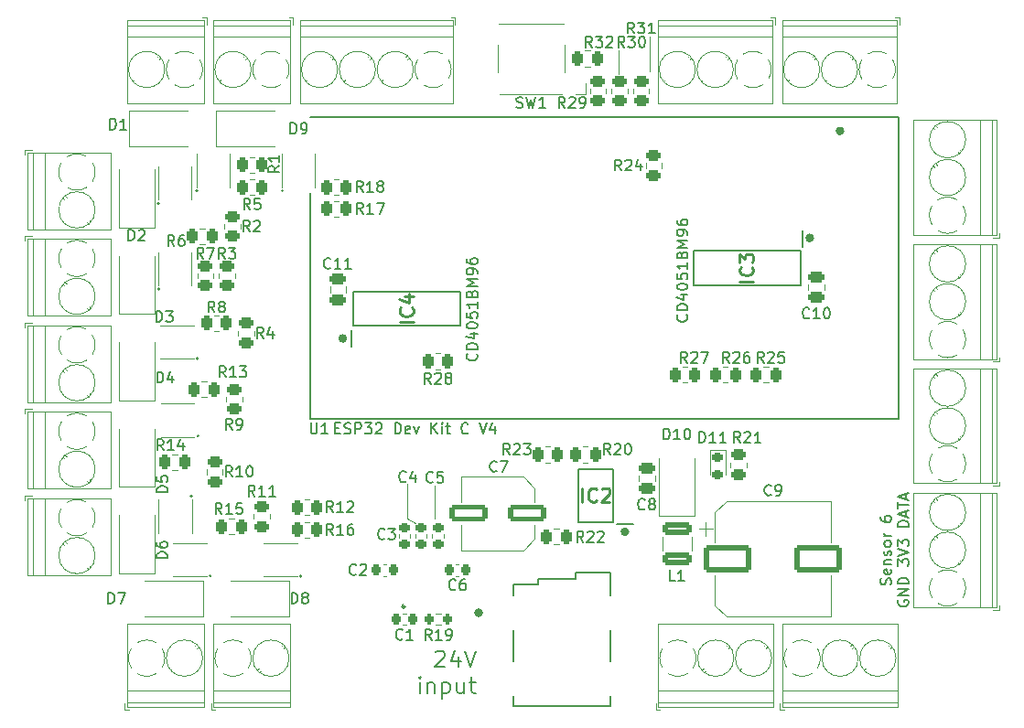
<source format=gto>
G04 #@! TF.GenerationSoftware,KiCad,Pcbnew,(6.0.2)*
G04 #@! TF.CreationDate,2023-08-04T12:43:31+02:00*
G04 #@! TF.ProjectId,PCB_Layout_MOSFET,5043425f-4c61-4796-9f75-745f4d4f5346,rev?*
G04 #@! TF.SameCoordinates,Original*
G04 #@! TF.FileFunction,Legend,Top*
G04 #@! TF.FilePolarity,Positive*
%FSLAX46Y46*%
G04 Gerber Fmt 4.6, Leading zero omitted, Abs format (unit mm)*
G04 Created by KiCad (PCBNEW (6.0.2)) date 2023-08-04 12:43:31*
%MOMM*%
%LPD*%
G01*
G04 APERTURE LIST*
G04 Aperture macros list*
%AMRoundRect*
0 Rectangle with rounded corners*
0 $1 Rounding radius*
0 $2 $3 $4 $5 $6 $7 $8 $9 X,Y pos of 4 corners*
0 Add a 4 corners polygon primitive as box body*
4,1,4,$2,$3,$4,$5,$6,$7,$8,$9,$2,$3,0*
0 Add four circle primitives for the rounded corners*
1,1,$1+$1,$2,$3*
1,1,$1+$1,$4,$5*
1,1,$1+$1,$6,$7*
1,1,$1+$1,$8,$9*
0 Add four rect primitives between the rounded corners*
20,1,$1+$1,$2,$3,$4,$5,0*
20,1,$1+$1,$4,$5,$6,$7,0*
20,1,$1+$1,$6,$7,$8,$9,0*
20,1,$1+$1,$8,$9,$2,$3,0*%
G04 Aperture macros list end*
%ADD10C,0.391228*%
%ADD11C,0.100000*%
%ADD12C,0.150000*%
%ADD13C,0.200000*%
%ADD14C,0.254000*%
%ADD15C,0.120000*%
%ADD16C,0.160000*%
%ADD17C,0.250000*%
%ADD18C,0.127000*%
%ADD19C,0.400000*%
%ADD20RoundRect,0.250000X0.450000X-0.262500X0.450000X0.262500X-0.450000X0.262500X-0.450000X-0.262500X0*%
%ADD21R,2.500000X1.800000*%
%ADD22R,2.400000X2.400000*%
%ADD23C,2.400000*%
%ADD24RoundRect,0.250000X-0.262500X-0.450000X0.262500X-0.450000X0.262500X0.450000X-0.262500X0.450000X0*%
%ADD25R,0.700000X1.550000*%
%ADD26C,4.300000*%
%ADD27RoundRect,0.250000X0.262500X0.450000X-0.262500X0.450000X-0.262500X-0.450000X0.262500X-0.450000X0*%
%ADD28RoundRect,0.250000X1.075000X-0.375000X1.075000X0.375000X-1.075000X0.375000X-1.075000X-0.375000X0*%
%ADD29R,1.800000X2.500000*%
%ADD30R,0.400000X0.400000*%
%ADD31R,0.400000X0.300000*%
%ADD32R,2.650000X2.200000*%
%ADD33RoundRect,0.250000X-0.450000X0.262500X-0.450000X-0.262500X0.450000X-0.262500X0.450000X0.262500X0*%
%ADD34R,0.300000X0.400000*%
%ADD35R,2.200000X2.650000*%
%ADD36RoundRect,0.250000X-0.475000X0.250000X-0.475000X-0.250000X0.475000X-0.250000X0.475000X0.250000X0*%
%ADD37RoundRect,0.250000X-1.950000X-1.000000X1.950000X-1.000000X1.950000X1.000000X-1.950000X1.000000X0*%
%ADD38R,0.300000X0.750000*%
%ADD39R,2.550000X1.850000*%
%ADD40RoundRect,0.250000X0.475000X-0.250000X0.475000X0.250000X-0.475000X0.250000X-0.475000X-0.250000X0*%
%ADD41R,1.560000X1.560000*%
%ADD42C,1.560000*%
%ADD43RoundRect,0.225000X0.250000X-0.225000X0.250000X0.225000X-0.250000X0.225000X-0.250000X-0.225000X0*%
%ADD44R,1.600000X1.400000*%
%ADD45C,1.700000*%
%ADD46C,1.800000*%
%ADD47R,2.400000X2.800000*%
%ADD48R,1.525000X0.700000*%
%ADD49RoundRect,0.218750X-0.256250X0.218750X-0.256250X-0.218750X0.256250X-0.218750X0.256250X0.218750X0*%
%ADD50RoundRect,0.200000X0.200000X0.275000X-0.200000X0.275000X-0.200000X-0.275000X0.200000X-0.275000X0*%
%ADD51RoundRect,0.225000X0.225000X0.250000X-0.225000X0.250000X-0.225000X-0.250000X0.225000X-0.250000X0*%
%ADD52RoundRect,0.250000X1.500000X0.550000X-1.500000X0.550000X-1.500000X-0.550000X1.500000X-0.550000X0*%
%ADD53RoundRect,0.225000X-0.225000X-0.250000X0.225000X-0.250000X0.225000X0.250000X-0.225000X0.250000X0*%
G04 APERTURE END LIST*
D10*
X130995614Y-84100000D02*
G75*
G03*
X130995614Y-84100000I-195614J0D01*
G01*
X113895614Y-111300000D02*
G75*
G03*
X113895614Y-111300000I-195614J0D01*
G01*
D11*
X93600000Y-110100000D02*
X94300000Y-110500000D01*
X113100000Y-66700000D02*
X113100000Y-68900000D01*
D10*
X133795614Y-74200000D02*
G75*
G03*
X133795614Y-74200000I-195614J0D01*
G01*
X87795614Y-93400000D02*
G75*
G03*
X87795614Y-93400000I-195614J0D01*
G01*
D11*
X96100000Y-107000000D02*
X96100000Y-110100000D01*
X116000000Y-65500000D02*
X116000000Y-68700000D01*
X93600000Y-106900000D02*
X93600000Y-110100000D01*
D12*
X99957142Y-94819047D02*
X100004761Y-94866666D01*
X100052380Y-95009523D01*
X100052380Y-95104761D01*
X100004761Y-95247619D01*
X99909523Y-95342857D01*
X99814285Y-95390476D01*
X99623809Y-95438095D01*
X99480952Y-95438095D01*
X99290476Y-95390476D01*
X99195238Y-95342857D01*
X99100000Y-95247619D01*
X99052380Y-95104761D01*
X99052380Y-95009523D01*
X99100000Y-94866666D01*
X99147619Y-94819047D01*
X100052380Y-94390476D02*
X99052380Y-94390476D01*
X99052380Y-94152380D01*
X99100000Y-94009523D01*
X99195238Y-93914285D01*
X99290476Y-93866666D01*
X99480952Y-93819047D01*
X99623809Y-93819047D01*
X99814285Y-93866666D01*
X99909523Y-93914285D01*
X100004761Y-94009523D01*
X100052380Y-94152380D01*
X100052380Y-94390476D01*
X99385714Y-92961904D02*
X100052380Y-92961904D01*
X99004761Y-93200000D02*
X99719047Y-93438095D01*
X99719047Y-92819047D01*
X99052380Y-92247619D02*
X99052380Y-92152380D01*
X99100000Y-92057142D01*
X99147619Y-92009523D01*
X99242857Y-91961904D01*
X99433333Y-91914285D01*
X99671428Y-91914285D01*
X99861904Y-91961904D01*
X99957142Y-92009523D01*
X100004761Y-92057142D01*
X100052380Y-92152380D01*
X100052380Y-92247619D01*
X100004761Y-92342857D01*
X99957142Y-92390476D01*
X99861904Y-92438095D01*
X99671428Y-92485714D01*
X99433333Y-92485714D01*
X99242857Y-92438095D01*
X99147619Y-92390476D01*
X99100000Y-92342857D01*
X99052380Y-92247619D01*
X99052380Y-91009523D02*
X99052380Y-91485714D01*
X99528571Y-91533333D01*
X99480952Y-91485714D01*
X99433333Y-91390476D01*
X99433333Y-91152380D01*
X99480952Y-91057142D01*
X99528571Y-91009523D01*
X99623809Y-90961904D01*
X99861904Y-90961904D01*
X99957142Y-91009523D01*
X100004761Y-91057142D01*
X100052380Y-91152380D01*
X100052380Y-91390476D01*
X100004761Y-91485714D01*
X99957142Y-91533333D01*
X100052380Y-90009523D02*
X100052380Y-90580952D01*
X100052380Y-90295238D02*
X99052380Y-90295238D01*
X99195238Y-90390476D01*
X99290476Y-90485714D01*
X99338095Y-90580952D01*
X99528571Y-89247619D02*
X99576190Y-89104761D01*
X99623809Y-89057142D01*
X99719047Y-89009523D01*
X99861904Y-89009523D01*
X99957142Y-89057142D01*
X100004761Y-89104761D01*
X100052380Y-89200000D01*
X100052380Y-89580952D01*
X99052380Y-89580952D01*
X99052380Y-89247619D01*
X99100000Y-89152380D01*
X99147619Y-89104761D01*
X99242857Y-89057142D01*
X99338095Y-89057142D01*
X99433333Y-89104761D01*
X99480952Y-89152380D01*
X99528571Y-89247619D01*
X99528571Y-89580952D01*
X100052380Y-88580952D02*
X99052380Y-88580952D01*
X99766666Y-88247619D01*
X99052380Y-87914285D01*
X100052380Y-87914285D01*
X100052380Y-87390476D02*
X100052380Y-87200000D01*
X100004761Y-87104761D01*
X99957142Y-87057142D01*
X99814285Y-86961904D01*
X99623809Y-86914285D01*
X99242857Y-86914285D01*
X99147619Y-86961904D01*
X99100000Y-87009523D01*
X99052380Y-87104761D01*
X99052380Y-87295238D01*
X99100000Y-87390476D01*
X99147619Y-87438095D01*
X99242857Y-87485714D01*
X99480952Y-87485714D01*
X99576190Y-87438095D01*
X99623809Y-87390476D01*
X99671428Y-87295238D01*
X99671428Y-87104761D01*
X99623809Y-87009523D01*
X99576190Y-86961904D01*
X99480952Y-86914285D01*
X99052380Y-86057142D02*
X99052380Y-86247619D01*
X99100000Y-86342857D01*
X99147619Y-86390476D01*
X99290476Y-86485714D01*
X99480952Y-86533333D01*
X99861904Y-86533333D01*
X99957142Y-86485714D01*
X100004761Y-86438095D01*
X100052380Y-86342857D01*
X100052380Y-86152380D01*
X100004761Y-86057142D01*
X99957142Y-86009523D01*
X99861904Y-85961904D01*
X99623809Y-85961904D01*
X99528571Y-86009523D01*
X99480952Y-86057142D01*
X99433333Y-86152380D01*
X99433333Y-86342857D01*
X99480952Y-86438095D01*
X99528571Y-86485714D01*
X99623809Y-86533333D01*
X138299761Y-116190476D02*
X138347380Y-116047619D01*
X138347380Y-115809523D01*
X138299761Y-115714285D01*
X138252142Y-115666666D01*
X138156904Y-115619047D01*
X138061666Y-115619047D01*
X137966428Y-115666666D01*
X137918809Y-115714285D01*
X137871190Y-115809523D01*
X137823571Y-116000000D01*
X137775952Y-116095238D01*
X137728333Y-116142857D01*
X137633095Y-116190476D01*
X137537857Y-116190476D01*
X137442619Y-116142857D01*
X137395000Y-116095238D01*
X137347380Y-116000000D01*
X137347380Y-115761904D01*
X137395000Y-115619047D01*
X138299761Y-114809523D02*
X138347380Y-114904761D01*
X138347380Y-115095238D01*
X138299761Y-115190476D01*
X138204523Y-115238095D01*
X137823571Y-115238095D01*
X137728333Y-115190476D01*
X137680714Y-115095238D01*
X137680714Y-114904761D01*
X137728333Y-114809523D01*
X137823571Y-114761904D01*
X137918809Y-114761904D01*
X138014047Y-115238095D01*
X137680714Y-114333333D02*
X138347380Y-114333333D01*
X137775952Y-114333333D02*
X137728333Y-114285714D01*
X137680714Y-114190476D01*
X137680714Y-114047619D01*
X137728333Y-113952380D01*
X137823571Y-113904761D01*
X138347380Y-113904761D01*
X138299761Y-113476190D02*
X138347380Y-113380952D01*
X138347380Y-113190476D01*
X138299761Y-113095238D01*
X138204523Y-113047619D01*
X138156904Y-113047619D01*
X138061666Y-113095238D01*
X138014047Y-113190476D01*
X138014047Y-113333333D01*
X137966428Y-113428571D01*
X137871190Y-113476190D01*
X137823571Y-113476190D01*
X137728333Y-113428571D01*
X137680714Y-113333333D01*
X137680714Y-113190476D01*
X137728333Y-113095238D01*
X138347380Y-112476190D02*
X138299761Y-112571428D01*
X138252142Y-112619047D01*
X138156904Y-112666666D01*
X137871190Y-112666666D01*
X137775952Y-112619047D01*
X137728333Y-112571428D01*
X137680714Y-112476190D01*
X137680714Y-112333333D01*
X137728333Y-112238095D01*
X137775952Y-112190476D01*
X137871190Y-112142857D01*
X138156904Y-112142857D01*
X138252142Y-112190476D01*
X138299761Y-112238095D01*
X138347380Y-112333333D01*
X138347380Y-112476190D01*
X138347380Y-111714285D02*
X137680714Y-111714285D01*
X137871190Y-111714285D02*
X137775952Y-111666666D01*
X137728333Y-111619047D01*
X137680714Y-111523809D01*
X137680714Y-111428571D01*
X137347380Y-109904761D02*
X137347380Y-110095238D01*
X137395000Y-110190476D01*
X137442619Y-110238095D01*
X137585476Y-110333333D01*
X137775952Y-110380952D01*
X138156904Y-110380952D01*
X138252142Y-110333333D01*
X138299761Y-110285714D01*
X138347380Y-110190476D01*
X138347380Y-110000000D01*
X138299761Y-109904761D01*
X138252142Y-109857142D01*
X138156904Y-109809523D01*
X137918809Y-109809523D01*
X137823571Y-109857142D01*
X137775952Y-109904761D01*
X137728333Y-110000000D01*
X137728333Y-110190476D01*
X137775952Y-110285714D01*
X137823571Y-110333333D01*
X137918809Y-110380952D01*
X139005000Y-117642857D02*
X138957380Y-117738095D01*
X138957380Y-117880952D01*
X139005000Y-118023809D01*
X139100238Y-118119047D01*
X139195476Y-118166666D01*
X139385952Y-118214285D01*
X139528809Y-118214285D01*
X139719285Y-118166666D01*
X139814523Y-118119047D01*
X139909761Y-118023809D01*
X139957380Y-117880952D01*
X139957380Y-117785714D01*
X139909761Y-117642857D01*
X139862142Y-117595238D01*
X139528809Y-117595238D01*
X139528809Y-117785714D01*
X139957380Y-117166666D02*
X138957380Y-117166666D01*
X139957380Y-116595238D01*
X138957380Y-116595238D01*
X139957380Y-116119047D02*
X138957380Y-116119047D01*
X138957380Y-115880952D01*
X139005000Y-115738095D01*
X139100238Y-115642857D01*
X139195476Y-115595238D01*
X139385952Y-115547619D01*
X139528809Y-115547619D01*
X139719285Y-115595238D01*
X139814523Y-115642857D01*
X139909761Y-115738095D01*
X139957380Y-115880952D01*
X139957380Y-116119047D01*
X138957380Y-114452380D02*
X138957380Y-113833333D01*
X139338333Y-114166666D01*
X139338333Y-114023809D01*
X139385952Y-113928571D01*
X139433571Y-113880952D01*
X139528809Y-113833333D01*
X139766904Y-113833333D01*
X139862142Y-113880952D01*
X139909761Y-113928571D01*
X139957380Y-114023809D01*
X139957380Y-114309523D01*
X139909761Y-114404761D01*
X139862142Y-114452380D01*
X138957380Y-113547619D02*
X139957380Y-113214285D01*
X138957380Y-112880952D01*
X138957380Y-112642857D02*
X138957380Y-112023809D01*
X139338333Y-112357142D01*
X139338333Y-112214285D01*
X139385952Y-112119047D01*
X139433571Y-112071428D01*
X139528809Y-112023809D01*
X139766904Y-112023809D01*
X139862142Y-112071428D01*
X139909761Y-112119047D01*
X139957380Y-112214285D01*
X139957380Y-112500000D01*
X139909761Y-112595238D01*
X139862142Y-112642857D01*
X139957380Y-110833333D02*
X138957380Y-110833333D01*
X138957380Y-110595238D01*
X139005000Y-110452380D01*
X139100238Y-110357142D01*
X139195476Y-110309523D01*
X139385952Y-110261904D01*
X139528809Y-110261904D01*
X139719285Y-110309523D01*
X139814523Y-110357142D01*
X139909761Y-110452380D01*
X139957380Y-110595238D01*
X139957380Y-110833333D01*
X139671666Y-109880952D02*
X139671666Y-109404761D01*
X139957380Y-109976190D02*
X138957380Y-109642857D01*
X139957380Y-109309523D01*
X138957380Y-109119047D02*
X138957380Y-108547619D01*
X139957380Y-108833333D02*
X138957380Y-108833333D01*
X139671666Y-108261904D02*
X139671666Y-107785714D01*
X139957380Y-108357142D02*
X138957380Y-108023809D01*
X139957380Y-107690476D01*
X119407142Y-91219047D02*
X119454761Y-91266666D01*
X119502380Y-91409523D01*
X119502380Y-91504761D01*
X119454761Y-91647619D01*
X119359523Y-91742857D01*
X119264285Y-91790476D01*
X119073809Y-91838095D01*
X118930952Y-91838095D01*
X118740476Y-91790476D01*
X118645238Y-91742857D01*
X118550000Y-91647619D01*
X118502380Y-91504761D01*
X118502380Y-91409523D01*
X118550000Y-91266666D01*
X118597619Y-91219047D01*
X119502380Y-90790476D02*
X118502380Y-90790476D01*
X118502380Y-90552380D01*
X118550000Y-90409523D01*
X118645238Y-90314285D01*
X118740476Y-90266666D01*
X118930952Y-90219047D01*
X119073809Y-90219047D01*
X119264285Y-90266666D01*
X119359523Y-90314285D01*
X119454761Y-90409523D01*
X119502380Y-90552380D01*
X119502380Y-90790476D01*
X118835714Y-89361904D02*
X119502380Y-89361904D01*
X118454761Y-89600000D02*
X119169047Y-89838095D01*
X119169047Y-89219047D01*
X118502380Y-88647619D02*
X118502380Y-88552380D01*
X118550000Y-88457142D01*
X118597619Y-88409523D01*
X118692857Y-88361904D01*
X118883333Y-88314285D01*
X119121428Y-88314285D01*
X119311904Y-88361904D01*
X119407142Y-88409523D01*
X119454761Y-88457142D01*
X119502380Y-88552380D01*
X119502380Y-88647619D01*
X119454761Y-88742857D01*
X119407142Y-88790476D01*
X119311904Y-88838095D01*
X119121428Y-88885714D01*
X118883333Y-88885714D01*
X118692857Y-88838095D01*
X118597619Y-88790476D01*
X118550000Y-88742857D01*
X118502380Y-88647619D01*
X118502380Y-87409523D02*
X118502380Y-87885714D01*
X118978571Y-87933333D01*
X118930952Y-87885714D01*
X118883333Y-87790476D01*
X118883333Y-87552380D01*
X118930952Y-87457142D01*
X118978571Y-87409523D01*
X119073809Y-87361904D01*
X119311904Y-87361904D01*
X119407142Y-87409523D01*
X119454761Y-87457142D01*
X119502380Y-87552380D01*
X119502380Y-87790476D01*
X119454761Y-87885714D01*
X119407142Y-87933333D01*
X119502380Y-86409523D02*
X119502380Y-86980952D01*
X119502380Y-86695238D02*
X118502380Y-86695238D01*
X118645238Y-86790476D01*
X118740476Y-86885714D01*
X118788095Y-86980952D01*
X118978571Y-85647619D02*
X119026190Y-85504761D01*
X119073809Y-85457142D01*
X119169047Y-85409523D01*
X119311904Y-85409523D01*
X119407142Y-85457142D01*
X119454761Y-85504761D01*
X119502380Y-85600000D01*
X119502380Y-85980952D01*
X118502380Y-85980952D01*
X118502380Y-85647619D01*
X118550000Y-85552380D01*
X118597619Y-85504761D01*
X118692857Y-85457142D01*
X118788095Y-85457142D01*
X118883333Y-85504761D01*
X118930952Y-85552380D01*
X118978571Y-85647619D01*
X118978571Y-85980952D01*
X119502380Y-84980952D02*
X118502380Y-84980952D01*
X119216666Y-84647619D01*
X118502380Y-84314285D01*
X119502380Y-84314285D01*
X119502380Y-83790476D02*
X119502380Y-83600000D01*
X119454761Y-83504761D01*
X119407142Y-83457142D01*
X119264285Y-83361904D01*
X119073809Y-83314285D01*
X118692857Y-83314285D01*
X118597619Y-83361904D01*
X118550000Y-83409523D01*
X118502380Y-83504761D01*
X118502380Y-83695238D01*
X118550000Y-83790476D01*
X118597619Y-83838095D01*
X118692857Y-83885714D01*
X118930952Y-83885714D01*
X119026190Y-83838095D01*
X119073809Y-83790476D01*
X119121428Y-83695238D01*
X119121428Y-83504761D01*
X119073809Y-83409523D01*
X119026190Y-83361904D01*
X118930952Y-83314285D01*
X118502380Y-82457142D02*
X118502380Y-82647619D01*
X118550000Y-82742857D01*
X118597619Y-82790476D01*
X118740476Y-82885714D01*
X118930952Y-82933333D01*
X119311904Y-82933333D01*
X119407142Y-82885714D01*
X119454761Y-82838095D01*
X119502380Y-82742857D01*
X119502380Y-82552380D01*
X119454761Y-82457142D01*
X119407142Y-82409523D01*
X119311904Y-82361904D01*
X119073809Y-82361904D01*
X118978571Y-82409523D01*
X118930952Y-82457142D01*
X118883333Y-82552380D01*
X118883333Y-82742857D01*
X118930952Y-82838095D01*
X118978571Y-82885714D01*
X119073809Y-82933333D01*
D13*
X96162857Y-122463928D02*
X96234285Y-122392500D01*
X96377142Y-122321071D01*
X96734285Y-122321071D01*
X96877142Y-122392500D01*
X96948571Y-122463928D01*
X97020000Y-122606785D01*
X97020000Y-122749642D01*
X96948571Y-122963928D01*
X96091428Y-123821071D01*
X97020000Y-123821071D01*
X98305714Y-122821071D02*
X98305714Y-123821071D01*
X97948571Y-122249642D02*
X97591428Y-123321071D01*
X98520000Y-123321071D01*
X98877142Y-122321071D02*
X99377142Y-123821071D01*
X99877142Y-122321071D01*
X94734285Y-126236071D02*
X94734285Y-125236071D01*
X94734285Y-124736071D02*
X94662857Y-124807500D01*
X94734285Y-124878928D01*
X94805714Y-124807500D01*
X94734285Y-124736071D01*
X94734285Y-124878928D01*
X95448571Y-125236071D02*
X95448571Y-126236071D01*
X95448571Y-125378928D02*
X95520000Y-125307500D01*
X95662857Y-125236071D01*
X95877142Y-125236071D01*
X96020000Y-125307500D01*
X96091428Y-125450357D01*
X96091428Y-126236071D01*
X96805714Y-125236071D02*
X96805714Y-126736071D01*
X96805714Y-125307500D02*
X96948571Y-125236071D01*
X97234285Y-125236071D01*
X97377142Y-125307500D01*
X97448571Y-125378928D01*
X97520000Y-125521785D01*
X97520000Y-125950357D01*
X97448571Y-126093214D01*
X97377142Y-126164642D01*
X97234285Y-126236071D01*
X96948571Y-126236071D01*
X96805714Y-126164642D01*
X98805714Y-125236071D02*
X98805714Y-126236071D01*
X98162857Y-125236071D02*
X98162857Y-126021785D01*
X98234285Y-126164642D01*
X98377142Y-126236071D01*
X98591428Y-126236071D01*
X98734285Y-126164642D01*
X98805714Y-126093214D01*
X99305714Y-125236071D02*
X99877142Y-125236071D01*
X99520000Y-124736071D02*
X99520000Y-126021785D01*
X99591428Y-126164642D01*
X99734285Y-126236071D01*
X99877142Y-126236071D01*
D12*
X86895238Y-101703571D02*
X87228571Y-101703571D01*
X87371428Y-102227380D02*
X86895238Y-102227380D01*
X86895238Y-101227380D01*
X87371428Y-101227380D01*
X87752380Y-102179761D02*
X87895238Y-102227380D01*
X88133333Y-102227380D01*
X88228571Y-102179761D01*
X88276190Y-102132142D01*
X88323809Y-102036904D01*
X88323809Y-101941666D01*
X88276190Y-101846428D01*
X88228571Y-101798809D01*
X88133333Y-101751190D01*
X87942857Y-101703571D01*
X87847619Y-101655952D01*
X87800000Y-101608333D01*
X87752380Y-101513095D01*
X87752380Y-101417857D01*
X87800000Y-101322619D01*
X87847619Y-101275000D01*
X87942857Y-101227380D01*
X88180952Y-101227380D01*
X88323809Y-101275000D01*
X88752380Y-102227380D02*
X88752380Y-101227380D01*
X89133333Y-101227380D01*
X89228571Y-101275000D01*
X89276190Y-101322619D01*
X89323809Y-101417857D01*
X89323809Y-101560714D01*
X89276190Y-101655952D01*
X89228571Y-101703571D01*
X89133333Y-101751190D01*
X88752380Y-101751190D01*
X89657142Y-101227380D02*
X90276190Y-101227380D01*
X89942857Y-101608333D01*
X90085714Y-101608333D01*
X90180952Y-101655952D01*
X90228571Y-101703571D01*
X90276190Y-101798809D01*
X90276190Y-102036904D01*
X90228571Y-102132142D01*
X90180952Y-102179761D01*
X90085714Y-102227380D01*
X89800000Y-102227380D01*
X89704761Y-102179761D01*
X89657142Y-102132142D01*
X90657142Y-101322619D02*
X90704761Y-101275000D01*
X90800000Y-101227380D01*
X91038095Y-101227380D01*
X91133333Y-101275000D01*
X91180952Y-101322619D01*
X91228571Y-101417857D01*
X91228571Y-101513095D01*
X91180952Y-101655952D01*
X90609523Y-102227380D01*
X91228571Y-102227380D01*
X92419047Y-102227380D02*
X92419047Y-101227380D01*
X92657142Y-101227380D01*
X92800000Y-101275000D01*
X92895238Y-101370238D01*
X92942857Y-101465476D01*
X92990476Y-101655952D01*
X92990476Y-101798809D01*
X92942857Y-101989285D01*
X92895238Y-102084523D01*
X92800000Y-102179761D01*
X92657142Y-102227380D01*
X92419047Y-102227380D01*
X93800000Y-102179761D02*
X93704761Y-102227380D01*
X93514285Y-102227380D01*
X93419047Y-102179761D01*
X93371428Y-102084523D01*
X93371428Y-101703571D01*
X93419047Y-101608333D01*
X93514285Y-101560714D01*
X93704761Y-101560714D01*
X93800000Y-101608333D01*
X93847619Y-101703571D01*
X93847619Y-101798809D01*
X93371428Y-101894047D01*
X94180952Y-101560714D02*
X94419047Y-102227380D01*
X94657142Y-101560714D01*
X95800000Y-102227380D02*
X95800000Y-101227380D01*
X96371428Y-102227380D02*
X95942857Y-101655952D01*
X96371428Y-101227380D02*
X95800000Y-101798809D01*
X96800000Y-102227380D02*
X96800000Y-101560714D01*
X96800000Y-101227380D02*
X96752380Y-101275000D01*
X96800000Y-101322619D01*
X96847619Y-101275000D01*
X96800000Y-101227380D01*
X96800000Y-101322619D01*
X97133333Y-101560714D02*
X97514285Y-101560714D01*
X97276190Y-101227380D02*
X97276190Y-102084523D01*
X97323809Y-102179761D01*
X97419047Y-102227380D01*
X97514285Y-102227380D01*
X99180952Y-102132142D02*
X99133333Y-102179761D01*
X98990476Y-102227380D01*
X98895238Y-102227380D01*
X98752380Y-102179761D01*
X98657142Y-102084523D01*
X98609523Y-101989285D01*
X98561904Y-101798809D01*
X98561904Y-101655952D01*
X98609523Y-101465476D01*
X98657142Y-101370238D01*
X98752380Y-101275000D01*
X98895238Y-101227380D01*
X98990476Y-101227380D01*
X99133333Y-101275000D01*
X99180952Y-101322619D01*
X100228571Y-101227380D02*
X100561904Y-102227380D01*
X100895238Y-101227380D01*
X101657142Y-101560714D02*
X101657142Y-102227380D01*
X101419047Y-101179761D02*
X101180952Y-101894047D01*
X101799999Y-101894047D01*
X78983333Y-83477380D02*
X78650000Y-83001190D01*
X78411904Y-83477380D02*
X78411904Y-82477380D01*
X78792857Y-82477380D01*
X78888095Y-82525000D01*
X78935714Y-82572619D01*
X78983333Y-82667857D01*
X78983333Y-82810714D01*
X78935714Y-82905952D01*
X78888095Y-82953571D01*
X78792857Y-83001190D01*
X78411904Y-83001190D01*
X79364285Y-82572619D02*
X79411904Y-82525000D01*
X79507142Y-82477380D01*
X79745238Y-82477380D01*
X79840476Y-82525000D01*
X79888095Y-82572619D01*
X79935714Y-82667857D01*
X79935714Y-82763095D01*
X79888095Y-82905952D01*
X79316666Y-83477380D01*
X79935714Y-83477380D01*
X82861904Y-117952380D02*
X82861904Y-116952380D01*
X83100000Y-116952380D01*
X83242857Y-117000000D01*
X83338095Y-117095238D01*
X83385714Y-117190476D01*
X83433333Y-117380952D01*
X83433333Y-117523809D01*
X83385714Y-117714285D01*
X83338095Y-117809523D01*
X83242857Y-117904761D01*
X83100000Y-117952380D01*
X82861904Y-117952380D01*
X84004761Y-117380952D02*
X83909523Y-117333333D01*
X83861904Y-117285714D01*
X83814285Y-117190476D01*
X83814285Y-117142857D01*
X83861904Y-117047619D01*
X83909523Y-117000000D01*
X84004761Y-116952380D01*
X84195238Y-116952380D01*
X84290476Y-117000000D01*
X84338095Y-117047619D01*
X84385714Y-117142857D01*
X84385714Y-117190476D01*
X84338095Y-117285714D01*
X84290476Y-117333333D01*
X84195238Y-117380952D01*
X84004761Y-117380952D01*
X83909523Y-117428571D01*
X83861904Y-117476190D01*
X83814285Y-117571428D01*
X83814285Y-117761904D01*
X83861904Y-117857142D01*
X83909523Y-117904761D01*
X84004761Y-117952380D01*
X84195238Y-117952380D01*
X84290476Y-117904761D01*
X84338095Y-117857142D01*
X84385714Y-117761904D01*
X84385714Y-117571428D01*
X84338095Y-117476190D01*
X84290476Y-117428571D01*
X84195238Y-117380952D01*
X79457142Y-108012380D02*
X79123809Y-107536190D01*
X78885714Y-108012380D02*
X78885714Y-107012380D01*
X79266666Y-107012380D01*
X79361904Y-107060000D01*
X79409523Y-107107619D01*
X79457142Y-107202857D01*
X79457142Y-107345714D01*
X79409523Y-107440952D01*
X79361904Y-107488571D01*
X79266666Y-107536190D01*
X78885714Y-107536190D01*
X80409523Y-108012380D02*
X79838095Y-108012380D01*
X80123809Y-108012380D02*
X80123809Y-107012380D01*
X80028571Y-107155238D01*
X79933333Y-107250476D01*
X79838095Y-107298095D01*
X81361904Y-108012380D02*
X80790476Y-108012380D01*
X81076190Y-108012380D02*
X81076190Y-107012380D01*
X80980952Y-107155238D01*
X80885714Y-107250476D01*
X80790476Y-107298095D01*
X79033333Y-81452380D02*
X78700000Y-80976190D01*
X78461904Y-81452380D02*
X78461904Y-80452380D01*
X78842857Y-80452380D01*
X78938095Y-80500000D01*
X78985714Y-80547619D01*
X79033333Y-80642857D01*
X79033333Y-80785714D01*
X78985714Y-80880952D01*
X78938095Y-80928571D01*
X78842857Y-80976190D01*
X78461904Y-80976190D01*
X79938095Y-80452380D02*
X79461904Y-80452380D01*
X79414285Y-80928571D01*
X79461904Y-80880952D01*
X79557142Y-80833333D01*
X79795238Y-80833333D01*
X79890476Y-80880952D01*
X79938095Y-80928571D01*
X79985714Y-81023809D01*
X79985714Y-81261904D01*
X79938095Y-81357142D01*
X79890476Y-81404761D01*
X79795238Y-81452380D01*
X79557142Y-81452380D01*
X79461904Y-81404761D01*
X79414285Y-81357142D01*
X109857142Y-112252380D02*
X109523809Y-111776190D01*
X109285714Y-112252380D02*
X109285714Y-111252380D01*
X109666666Y-111252380D01*
X109761904Y-111300000D01*
X109809523Y-111347619D01*
X109857142Y-111442857D01*
X109857142Y-111585714D01*
X109809523Y-111680952D01*
X109761904Y-111728571D01*
X109666666Y-111776190D01*
X109285714Y-111776190D01*
X110238095Y-111347619D02*
X110285714Y-111300000D01*
X110380952Y-111252380D01*
X110619047Y-111252380D01*
X110714285Y-111300000D01*
X110761904Y-111347619D01*
X110809523Y-111442857D01*
X110809523Y-111538095D01*
X110761904Y-111680952D01*
X110190476Y-112252380D01*
X110809523Y-112252380D01*
X111190476Y-111347619D02*
X111238095Y-111300000D01*
X111333333Y-111252380D01*
X111571428Y-111252380D01*
X111666666Y-111300000D01*
X111714285Y-111347619D01*
X111761904Y-111442857D01*
X111761904Y-111538095D01*
X111714285Y-111680952D01*
X111142857Y-112252380D01*
X111761904Y-112252380D01*
X119457142Y-95652380D02*
X119123809Y-95176190D01*
X118885714Y-95652380D02*
X118885714Y-94652380D01*
X119266666Y-94652380D01*
X119361904Y-94700000D01*
X119409523Y-94747619D01*
X119457142Y-94842857D01*
X119457142Y-94985714D01*
X119409523Y-95080952D01*
X119361904Y-95128571D01*
X119266666Y-95176190D01*
X118885714Y-95176190D01*
X119838095Y-94747619D02*
X119885714Y-94700000D01*
X119980952Y-94652380D01*
X120219047Y-94652380D01*
X120314285Y-94700000D01*
X120361904Y-94747619D01*
X120409523Y-94842857D01*
X120409523Y-94938095D01*
X120361904Y-95080952D01*
X119790476Y-95652380D01*
X120409523Y-95652380D01*
X120742857Y-94652380D02*
X121409523Y-94652380D01*
X120980952Y-95652380D01*
X86697142Y-111582380D02*
X86363809Y-111106190D01*
X86125714Y-111582380D02*
X86125714Y-110582380D01*
X86506666Y-110582380D01*
X86601904Y-110630000D01*
X86649523Y-110677619D01*
X86697142Y-110772857D01*
X86697142Y-110915714D01*
X86649523Y-111010952D01*
X86601904Y-111058571D01*
X86506666Y-111106190D01*
X86125714Y-111106190D01*
X87649523Y-111582380D02*
X87078095Y-111582380D01*
X87363809Y-111582380D02*
X87363809Y-110582380D01*
X87268571Y-110725238D01*
X87173333Y-110820476D01*
X87078095Y-110868095D01*
X88506666Y-110582380D02*
X88316190Y-110582380D01*
X88220952Y-110630000D01*
X88173333Y-110677619D01*
X88078095Y-110820476D01*
X88030476Y-111010952D01*
X88030476Y-111391904D01*
X88078095Y-111487142D01*
X88125714Y-111534761D01*
X88220952Y-111582380D01*
X88411428Y-111582380D01*
X88506666Y-111534761D01*
X88554285Y-111487142D01*
X88601904Y-111391904D01*
X88601904Y-111153809D01*
X88554285Y-111058571D01*
X88506666Y-111010952D01*
X88411428Y-110963333D01*
X88220952Y-110963333D01*
X88125714Y-111010952D01*
X88078095Y-111058571D01*
X88030476Y-111153809D01*
D14*
X94124523Y-91889761D02*
X92854523Y-91889761D01*
X94003571Y-90559285D02*
X94064047Y-90619761D01*
X94124523Y-90801190D01*
X94124523Y-90922142D01*
X94064047Y-91103571D01*
X93943095Y-91224523D01*
X93822142Y-91285000D01*
X93580238Y-91345476D01*
X93398809Y-91345476D01*
X93156904Y-91285000D01*
X93035952Y-91224523D01*
X92915000Y-91103571D01*
X92854523Y-90922142D01*
X92854523Y-90801190D01*
X92915000Y-90619761D01*
X92975476Y-90559285D01*
X93277857Y-89470714D02*
X94124523Y-89470714D01*
X92794047Y-89773095D02*
X93701190Y-90075476D01*
X93701190Y-89289285D01*
D12*
X86699642Y-109472380D02*
X86366309Y-108996190D01*
X86128214Y-109472380D02*
X86128214Y-108472380D01*
X86509166Y-108472380D01*
X86604404Y-108520000D01*
X86652023Y-108567619D01*
X86699642Y-108662857D01*
X86699642Y-108805714D01*
X86652023Y-108900952D01*
X86604404Y-108948571D01*
X86509166Y-108996190D01*
X86128214Y-108996190D01*
X87652023Y-109472380D02*
X87080595Y-109472380D01*
X87366309Y-109472380D02*
X87366309Y-108472380D01*
X87271071Y-108615238D01*
X87175833Y-108710476D01*
X87080595Y-108758095D01*
X88032976Y-108567619D02*
X88080595Y-108520000D01*
X88175833Y-108472380D01*
X88413928Y-108472380D01*
X88509166Y-108520000D01*
X88556785Y-108567619D01*
X88604404Y-108662857D01*
X88604404Y-108758095D01*
X88556785Y-108900952D01*
X87985357Y-109472380D01*
X88604404Y-109472380D01*
X74708333Y-86002380D02*
X74375000Y-85526190D01*
X74136904Y-86002380D02*
X74136904Y-85002380D01*
X74517857Y-85002380D01*
X74613095Y-85050000D01*
X74660714Y-85097619D01*
X74708333Y-85192857D01*
X74708333Y-85335714D01*
X74660714Y-85430952D01*
X74613095Y-85478571D01*
X74517857Y-85526190D01*
X74136904Y-85526190D01*
X75041666Y-85002380D02*
X75708333Y-85002380D01*
X75279761Y-86002380D01*
X118333333Y-115852380D02*
X117857142Y-115852380D01*
X117857142Y-114852380D01*
X119190476Y-115852380D02*
X118619047Y-115852380D01*
X118904761Y-115852380D02*
X118904761Y-114852380D01*
X118809523Y-114995238D01*
X118714285Y-115090476D01*
X118619047Y-115138095D01*
X67771904Y-84342380D02*
X67771904Y-83342380D01*
X68010000Y-83342380D01*
X68152857Y-83390000D01*
X68248095Y-83485238D01*
X68295714Y-83580476D01*
X68343333Y-83770952D01*
X68343333Y-83913809D01*
X68295714Y-84104285D01*
X68248095Y-84199523D01*
X68152857Y-84294761D01*
X68010000Y-84342380D01*
X67771904Y-84342380D01*
X68724285Y-83437619D02*
X68771904Y-83390000D01*
X68867142Y-83342380D01*
X69105238Y-83342380D01*
X69200476Y-83390000D01*
X69248095Y-83437619D01*
X69295714Y-83532857D01*
X69295714Y-83628095D01*
X69248095Y-83770952D01*
X68676666Y-84342380D01*
X69295714Y-84342380D01*
X114557142Y-65152380D02*
X114223809Y-64676190D01*
X113985714Y-65152380D02*
X113985714Y-64152380D01*
X114366666Y-64152380D01*
X114461904Y-64200000D01*
X114509523Y-64247619D01*
X114557142Y-64342857D01*
X114557142Y-64485714D01*
X114509523Y-64580952D01*
X114461904Y-64628571D01*
X114366666Y-64676190D01*
X113985714Y-64676190D01*
X114890476Y-64152380D02*
X115509523Y-64152380D01*
X115176190Y-64533333D01*
X115319047Y-64533333D01*
X115414285Y-64580952D01*
X115461904Y-64628571D01*
X115509523Y-64723809D01*
X115509523Y-64961904D01*
X115461904Y-65057142D01*
X115414285Y-65104761D01*
X115319047Y-65152380D01*
X115033333Y-65152380D01*
X114938095Y-65104761D01*
X114890476Y-65057142D01*
X116461904Y-65152380D02*
X115890476Y-65152380D01*
X116176190Y-65152380D02*
X116176190Y-64152380D01*
X116080952Y-64295238D01*
X115985714Y-64390476D01*
X115890476Y-64438095D01*
X86457142Y-86857142D02*
X86409523Y-86904761D01*
X86266666Y-86952380D01*
X86171428Y-86952380D01*
X86028571Y-86904761D01*
X85933333Y-86809523D01*
X85885714Y-86714285D01*
X85838095Y-86523809D01*
X85838095Y-86380952D01*
X85885714Y-86190476D01*
X85933333Y-86095238D01*
X86028571Y-86000000D01*
X86171428Y-85952380D01*
X86266666Y-85952380D01*
X86409523Y-86000000D01*
X86457142Y-86047619D01*
X87409523Y-86952380D02*
X86838095Y-86952380D01*
X87123809Y-86952380D02*
X87123809Y-85952380D01*
X87028571Y-86095238D01*
X86933333Y-86190476D01*
X86838095Y-86238095D01*
X88361904Y-86952380D02*
X87790476Y-86952380D01*
X88076190Y-86952380D02*
X88076190Y-85952380D01*
X87980952Y-86095238D01*
X87885714Y-86190476D01*
X87790476Y-86238095D01*
X127233333Y-107857142D02*
X127185714Y-107904761D01*
X127042857Y-107952380D01*
X126947619Y-107952380D01*
X126804761Y-107904761D01*
X126709523Y-107809523D01*
X126661904Y-107714285D01*
X126614285Y-107523809D01*
X126614285Y-107380952D01*
X126661904Y-107190476D01*
X126709523Y-107095238D01*
X126804761Y-107000000D01*
X126947619Y-106952380D01*
X127042857Y-106952380D01*
X127185714Y-107000000D01*
X127233333Y-107047619D01*
X127709523Y-107952380D02*
X127900000Y-107952380D01*
X127995238Y-107904761D01*
X128042857Y-107857142D01*
X128138095Y-107714285D01*
X128185714Y-107523809D01*
X128185714Y-107142857D01*
X128138095Y-107047619D01*
X128090476Y-107000000D01*
X127995238Y-106952380D01*
X127804761Y-106952380D01*
X127709523Y-107000000D01*
X127661904Y-107047619D01*
X127614285Y-107142857D01*
X127614285Y-107380952D01*
X127661904Y-107476190D01*
X127709523Y-107523809D01*
X127804761Y-107571428D01*
X127995238Y-107571428D01*
X128090476Y-107523809D01*
X128138095Y-107476190D01*
X128185714Y-107380952D01*
X117285714Y-102752380D02*
X117285714Y-101752380D01*
X117523809Y-101752380D01*
X117666666Y-101800000D01*
X117761904Y-101895238D01*
X117809523Y-101990476D01*
X117857142Y-102180952D01*
X117857142Y-102323809D01*
X117809523Y-102514285D01*
X117761904Y-102609523D01*
X117666666Y-102704761D01*
X117523809Y-102752380D01*
X117285714Y-102752380D01*
X118809523Y-102752380D02*
X118238095Y-102752380D01*
X118523809Y-102752380D02*
X118523809Y-101752380D01*
X118428571Y-101895238D01*
X118333333Y-101990476D01*
X118238095Y-102038095D01*
X119428571Y-101752380D02*
X119523809Y-101752380D01*
X119619047Y-101800000D01*
X119666666Y-101847619D01*
X119714285Y-101942857D01*
X119761904Y-102133333D01*
X119761904Y-102371428D01*
X119714285Y-102561904D01*
X119666666Y-102657142D01*
X119619047Y-102704761D01*
X119523809Y-102752380D01*
X119428571Y-102752380D01*
X119333333Y-102704761D01*
X119285714Y-102657142D01*
X119238095Y-102561904D01*
X119190476Y-102371428D01*
X119190476Y-102133333D01*
X119238095Y-101942857D01*
X119285714Y-101847619D01*
X119333333Y-101800000D01*
X119428571Y-101752380D01*
X103057142Y-104152380D02*
X102723809Y-103676190D01*
X102485714Y-104152380D02*
X102485714Y-103152380D01*
X102866666Y-103152380D01*
X102961904Y-103200000D01*
X103009523Y-103247619D01*
X103057142Y-103342857D01*
X103057142Y-103485714D01*
X103009523Y-103580952D01*
X102961904Y-103628571D01*
X102866666Y-103676190D01*
X102485714Y-103676190D01*
X103438095Y-103247619D02*
X103485714Y-103200000D01*
X103580952Y-103152380D01*
X103819047Y-103152380D01*
X103914285Y-103200000D01*
X103961904Y-103247619D01*
X104009523Y-103342857D01*
X104009523Y-103438095D01*
X103961904Y-103580952D01*
X103390476Y-104152380D01*
X104009523Y-104152380D01*
X104342857Y-103152380D02*
X104961904Y-103152380D01*
X104628571Y-103533333D01*
X104771428Y-103533333D01*
X104866666Y-103580952D01*
X104914285Y-103628571D01*
X104961904Y-103723809D01*
X104961904Y-103961904D01*
X104914285Y-104057142D01*
X104866666Y-104104761D01*
X104771428Y-104152380D01*
X104485714Y-104152380D01*
X104390476Y-104104761D01*
X104342857Y-104057142D01*
X130757142Y-91457142D02*
X130709523Y-91504761D01*
X130566666Y-91552380D01*
X130471428Y-91552380D01*
X130328571Y-91504761D01*
X130233333Y-91409523D01*
X130185714Y-91314285D01*
X130138095Y-91123809D01*
X130138095Y-90980952D01*
X130185714Y-90790476D01*
X130233333Y-90695238D01*
X130328571Y-90600000D01*
X130471428Y-90552380D01*
X130566666Y-90552380D01*
X130709523Y-90600000D01*
X130757142Y-90647619D01*
X131709523Y-91552380D02*
X131138095Y-91552380D01*
X131423809Y-91552380D02*
X131423809Y-90552380D01*
X131328571Y-90695238D01*
X131233333Y-90790476D01*
X131138095Y-90838095D01*
X132328571Y-90552380D02*
X132423809Y-90552380D01*
X132519047Y-90600000D01*
X132566666Y-90647619D01*
X132614285Y-90742857D01*
X132661904Y-90933333D01*
X132661904Y-91171428D01*
X132614285Y-91361904D01*
X132566666Y-91457142D01*
X132519047Y-91504761D01*
X132423809Y-91552380D01*
X132328571Y-91552380D01*
X132233333Y-91504761D01*
X132185714Y-91457142D01*
X132138095Y-91361904D01*
X132090476Y-91171428D01*
X132090476Y-90933333D01*
X132138095Y-90742857D01*
X132185714Y-90647619D01*
X132233333Y-90600000D01*
X132328571Y-90552380D01*
X70336904Y-91877380D02*
X70336904Y-90877380D01*
X70575000Y-90877380D01*
X70717857Y-90925000D01*
X70813095Y-91020238D01*
X70860714Y-91115476D01*
X70908333Y-91305952D01*
X70908333Y-91448809D01*
X70860714Y-91639285D01*
X70813095Y-91734523D01*
X70717857Y-91829761D01*
X70575000Y-91877380D01*
X70336904Y-91877380D01*
X71241666Y-90877380D02*
X71860714Y-90877380D01*
X71527380Y-91258333D01*
X71670238Y-91258333D01*
X71765476Y-91305952D01*
X71813095Y-91353571D01*
X71860714Y-91448809D01*
X71860714Y-91686904D01*
X71813095Y-91782142D01*
X71765476Y-91829761D01*
X71670238Y-91877380D01*
X71384523Y-91877380D01*
X71289285Y-91829761D01*
X71241666Y-91782142D01*
X84638095Y-101227380D02*
X84638095Y-102036904D01*
X84685714Y-102132142D01*
X84733333Y-102179761D01*
X84828571Y-102227380D01*
X85019047Y-102227380D01*
X85114285Y-102179761D01*
X85161904Y-102132142D01*
X85209523Y-102036904D01*
X85209523Y-101227380D01*
X86209523Y-102227380D02*
X85638095Y-102227380D01*
X85923809Y-102227380D02*
X85923809Y-101227380D01*
X85828571Y-101370238D01*
X85733333Y-101465476D01*
X85638095Y-101513095D01*
X93433333Y-106607142D02*
X93385714Y-106654761D01*
X93242857Y-106702380D01*
X93147619Y-106702380D01*
X93004761Y-106654761D01*
X92909523Y-106559523D01*
X92861904Y-106464285D01*
X92814285Y-106273809D01*
X92814285Y-106130952D01*
X92861904Y-105940476D01*
X92909523Y-105845238D01*
X93004761Y-105750000D01*
X93147619Y-105702380D01*
X93242857Y-105702380D01*
X93385714Y-105750000D01*
X93433333Y-105797619D01*
X94290476Y-106035714D02*
X94290476Y-106702380D01*
X94052380Y-105654761D02*
X93814285Y-106369047D01*
X94433333Y-106369047D01*
X91483333Y-111907142D02*
X91435714Y-111954761D01*
X91292857Y-112002380D01*
X91197619Y-112002380D01*
X91054761Y-111954761D01*
X90959523Y-111859523D01*
X90911904Y-111764285D01*
X90864285Y-111573809D01*
X90864285Y-111430952D01*
X90911904Y-111240476D01*
X90959523Y-111145238D01*
X91054761Y-111050000D01*
X91197619Y-111002380D01*
X91292857Y-111002380D01*
X91435714Y-111050000D01*
X91483333Y-111097619D01*
X91816666Y-111002380D02*
X92435714Y-111002380D01*
X92102380Y-111383333D01*
X92245238Y-111383333D01*
X92340476Y-111430952D01*
X92388095Y-111478571D01*
X92435714Y-111573809D01*
X92435714Y-111811904D01*
X92388095Y-111907142D01*
X92340476Y-111954761D01*
X92245238Y-112002380D01*
X91959523Y-112002380D01*
X91864285Y-111954761D01*
X91816666Y-111907142D01*
X76767142Y-96979880D02*
X76433809Y-96503690D01*
X76195714Y-96979880D02*
X76195714Y-95979880D01*
X76576666Y-95979880D01*
X76671904Y-96027500D01*
X76719523Y-96075119D01*
X76767142Y-96170357D01*
X76767142Y-96313214D01*
X76719523Y-96408452D01*
X76671904Y-96456071D01*
X76576666Y-96503690D01*
X76195714Y-96503690D01*
X77719523Y-96979880D02*
X77148095Y-96979880D01*
X77433809Y-96979880D02*
X77433809Y-95979880D01*
X77338571Y-96122738D01*
X77243333Y-96217976D01*
X77148095Y-96265595D01*
X78052857Y-95979880D02*
X78671904Y-95979880D01*
X78338571Y-96360833D01*
X78481428Y-96360833D01*
X78576666Y-96408452D01*
X78624285Y-96456071D01*
X78671904Y-96551309D01*
X78671904Y-96789404D01*
X78624285Y-96884642D01*
X78576666Y-96932261D01*
X78481428Y-96979880D01*
X78195714Y-96979880D01*
X78100476Y-96932261D01*
X78052857Y-96884642D01*
X103666666Y-72004761D02*
X103809523Y-72052380D01*
X104047619Y-72052380D01*
X104142857Y-72004761D01*
X104190476Y-71957142D01*
X104238095Y-71861904D01*
X104238095Y-71766666D01*
X104190476Y-71671428D01*
X104142857Y-71623809D01*
X104047619Y-71576190D01*
X103857142Y-71528571D01*
X103761904Y-71480952D01*
X103714285Y-71433333D01*
X103666666Y-71338095D01*
X103666666Y-71242857D01*
X103714285Y-71147619D01*
X103761904Y-71100000D01*
X103857142Y-71052380D01*
X104095238Y-71052380D01*
X104238095Y-71100000D01*
X104571428Y-71052380D02*
X104809523Y-72052380D01*
X105000000Y-71338095D01*
X105190476Y-72052380D01*
X105428571Y-71052380D01*
X106333333Y-72052380D02*
X105761904Y-72052380D01*
X106047619Y-72052380D02*
X106047619Y-71052380D01*
X105952380Y-71195238D01*
X105857142Y-71290476D01*
X105761904Y-71338095D01*
X81722380Y-77426666D02*
X81246190Y-77760000D01*
X81722380Y-77998095D02*
X80722380Y-77998095D01*
X80722380Y-77617142D01*
X80770000Y-77521904D01*
X80817619Y-77474285D01*
X80912857Y-77426666D01*
X81055714Y-77426666D01*
X81150952Y-77474285D01*
X81198571Y-77521904D01*
X81246190Y-77617142D01*
X81246190Y-77998095D01*
X81722380Y-76474285D02*
X81722380Y-77045714D01*
X81722380Y-76760000D02*
X80722380Y-76760000D01*
X80865238Y-76855238D01*
X80960476Y-76950476D01*
X81008095Y-77045714D01*
X115533333Y-109157142D02*
X115485714Y-109204761D01*
X115342857Y-109252380D01*
X115247619Y-109252380D01*
X115104761Y-109204761D01*
X115009523Y-109109523D01*
X114961904Y-109014285D01*
X114914285Y-108823809D01*
X114914285Y-108680952D01*
X114961904Y-108490476D01*
X115009523Y-108395238D01*
X115104761Y-108300000D01*
X115247619Y-108252380D01*
X115342857Y-108252380D01*
X115485714Y-108300000D01*
X115533333Y-108347619D01*
X116104761Y-108680952D02*
X116009523Y-108633333D01*
X115961904Y-108585714D01*
X115914285Y-108490476D01*
X115914285Y-108442857D01*
X115961904Y-108347619D01*
X116009523Y-108300000D01*
X116104761Y-108252380D01*
X116295238Y-108252380D01*
X116390476Y-108300000D01*
X116438095Y-108347619D01*
X116485714Y-108442857D01*
X116485714Y-108490476D01*
X116438095Y-108585714D01*
X116390476Y-108633333D01*
X116295238Y-108680952D01*
X116104761Y-108680952D01*
X116009523Y-108728571D01*
X115961904Y-108776190D01*
X115914285Y-108871428D01*
X115914285Y-109061904D01*
X115961904Y-109157142D01*
X116009523Y-109204761D01*
X116104761Y-109252380D01*
X116295238Y-109252380D01*
X116390476Y-109204761D01*
X116438095Y-109157142D01*
X116485714Y-109061904D01*
X116485714Y-108871428D01*
X116438095Y-108776190D01*
X116390476Y-108728571D01*
X116295238Y-108680952D01*
X70411904Y-97502380D02*
X70411904Y-96502380D01*
X70650000Y-96502380D01*
X70792857Y-96550000D01*
X70888095Y-96645238D01*
X70935714Y-96740476D01*
X70983333Y-96930952D01*
X70983333Y-97073809D01*
X70935714Y-97264285D01*
X70888095Y-97359523D01*
X70792857Y-97454761D01*
X70650000Y-97502380D01*
X70411904Y-97502380D01*
X71840476Y-96835714D02*
X71840476Y-97502380D01*
X71602380Y-96454761D02*
X71364285Y-97169047D01*
X71983333Y-97169047D01*
X95933333Y-106657142D02*
X95885714Y-106704761D01*
X95742857Y-106752380D01*
X95647619Y-106752380D01*
X95504761Y-106704761D01*
X95409523Y-106609523D01*
X95361904Y-106514285D01*
X95314285Y-106323809D01*
X95314285Y-106180952D01*
X95361904Y-105990476D01*
X95409523Y-105895238D01*
X95504761Y-105800000D01*
X95647619Y-105752380D01*
X95742857Y-105752380D01*
X95885714Y-105800000D01*
X95933333Y-105847619D01*
X96838095Y-105752380D02*
X96361904Y-105752380D01*
X96314285Y-106228571D01*
X96361904Y-106180952D01*
X96457142Y-106133333D01*
X96695238Y-106133333D01*
X96790476Y-106180952D01*
X96838095Y-106228571D01*
X96885714Y-106323809D01*
X96885714Y-106561904D01*
X96838095Y-106657142D01*
X96790476Y-106704761D01*
X96695238Y-106752380D01*
X96457142Y-106752380D01*
X96361904Y-106704761D01*
X96314285Y-106657142D01*
D14*
X125574523Y-88117261D02*
X124304523Y-88117261D01*
X125453571Y-86786785D02*
X125514047Y-86847261D01*
X125574523Y-87028690D01*
X125574523Y-87149642D01*
X125514047Y-87331071D01*
X125393095Y-87452023D01*
X125272142Y-87512500D01*
X125030238Y-87572976D01*
X124848809Y-87572976D01*
X124606904Y-87512500D01*
X124485952Y-87452023D01*
X124365000Y-87331071D01*
X124304523Y-87149642D01*
X124304523Y-87028690D01*
X124365000Y-86847261D01*
X124425476Y-86786785D01*
X124304523Y-86363452D02*
X124304523Y-85577261D01*
X124788333Y-86000595D01*
X124788333Y-85819166D01*
X124848809Y-85698214D01*
X124909285Y-85637738D01*
X125030238Y-85577261D01*
X125332619Y-85577261D01*
X125453571Y-85637738D01*
X125514047Y-85698214D01*
X125574523Y-85819166D01*
X125574523Y-86182023D01*
X125514047Y-86302976D01*
X125453571Y-86363452D01*
D12*
X76708333Y-86002380D02*
X76375000Y-85526190D01*
X76136904Y-86002380D02*
X76136904Y-85002380D01*
X76517857Y-85002380D01*
X76613095Y-85050000D01*
X76660714Y-85097619D01*
X76708333Y-85192857D01*
X76708333Y-85335714D01*
X76660714Y-85430952D01*
X76613095Y-85478571D01*
X76517857Y-85526190D01*
X76136904Y-85526190D01*
X77041666Y-85002380D02*
X77660714Y-85002380D01*
X77327380Y-85383333D01*
X77470238Y-85383333D01*
X77565476Y-85430952D01*
X77613095Y-85478571D01*
X77660714Y-85573809D01*
X77660714Y-85811904D01*
X77613095Y-85907142D01*
X77565476Y-85954761D01*
X77470238Y-86002380D01*
X77184523Y-86002380D01*
X77089285Y-85954761D01*
X77041666Y-85907142D01*
X77357142Y-106202380D02*
X77023809Y-105726190D01*
X76785714Y-106202380D02*
X76785714Y-105202380D01*
X77166666Y-105202380D01*
X77261904Y-105250000D01*
X77309523Y-105297619D01*
X77357142Y-105392857D01*
X77357142Y-105535714D01*
X77309523Y-105630952D01*
X77261904Y-105678571D01*
X77166666Y-105726190D01*
X76785714Y-105726190D01*
X78309523Y-106202380D02*
X77738095Y-106202380D01*
X78023809Y-106202380D02*
X78023809Y-105202380D01*
X77928571Y-105345238D01*
X77833333Y-105440476D01*
X77738095Y-105488095D01*
X78928571Y-105202380D02*
X79023809Y-105202380D01*
X79119047Y-105250000D01*
X79166666Y-105297619D01*
X79214285Y-105392857D01*
X79261904Y-105583333D01*
X79261904Y-105821428D01*
X79214285Y-106011904D01*
X79166666Y-106107142D01*
X79119047Y-106154761D01*
X79023809Y-106202380D01*
X78928571Y-106202380D01*
X78833333Y-106154761D01*
X78785714Y-106107142D01*
X78738095Y-106011904D01*
X78690476Y-105821428D01*
X78690476Y-105583333D01*
X78738095Y-105392857D01*
X78785714Y-105297619D01*
X78833333Y-105250000D01*
X78928571Y-105202380D01*
D14*
X109760238Y-108524523D02*
X109760238Y-107254523D01*
X111090714Y-108403571D02*
X111030238Y-108464047D01*
X110848809Y-108524523D01*
X110727857Y-108524523D01*
X110546428Y-108464047D01*
X110425476Y-108343095D01*
X110365000Y-108222142D01*
X110304523Y-107980238D01*
X110304523Y-107798809D01*
X110365000Y-107556904D01*
X110425476Y-107435952D01*
X110546428Y-107315000D01*
X110727857Y-107254523D01*
X110848809Y-107254523D01*
X111030238Y-107315000D01*
X111090714Y-107375476D01*
X111574523Y-107375476D02*
X111635000Y-107315000D01*
X111755952Y-107254523D01*
X112058333Y-107254523D01*
X112179285Y-107315000D01*
X112239761Y-107375476D01*
X112300238Y-107496428D01*
X112300238Y-107617380D01*
X112239761Y-107798809D01*
X111514047Y-108524523D01*
X112300238Y-108524523D01*
D12*
X89457142Y-81852380D02*
X89123809Y-81376190D01*
X88885714Y-81852380D02*
X88885714Y-80852380D01*
X89266666Y-80852380D01*
X89361904Y-80900000D01*
X89409523Y-80947619D01*
X89457142Y-81042857D01*
X89457142Y-81185714D01*
X89409523Y-81280952D01*
X89361904Y-81328571D01*
X89266666Y-81376190D01*
X88885714Y-81376190D01*
X90409523Y-81852380D02*
X89838095Y-81852380D01*
X90123809Y-81852380D02*
X90123809Y-80852380D01*
X90028571Y-80995238D01*
X89933333Y-81090476D01*
X89838095Y-81138095D01*
X90742857Y-80852380D02*
X91409523Y-80852380D01*
X90980952Y-81852380D01*
X65911904Y-117952380D02*
X65911904Y-116952380D01*
X66150000Y-116952380D01*
X66292857Y-117000000D01*
X66388095Y-117095238D01*
X66435714Y-117190476D01*
X66483333Y-117380952D01*
X66483333Y-117523809D01*
X66435714Y-117714285D01*
X66388095Y-117809523D01*
X66292857Y-117904761D01*
X66150000Y-117952380D01*
X65911904Y-117952380D01*
X66816666Y-116952380D02*
X67483333Y-116952380D01*
X67054761Y-117952380D01*
X95757142Y-97602380D02*
X95423809Y-97126190D01*
X95185714Y-97602380D02*
X95185714Y-96602380D01*
X95566666Y-96602380D01*
X95661904Y-96650000D01*
X95709523Y-96697619D01*
X95757142Y-96792857D01*
X95757142Y-96935714D01*
X95709523Y-97030952D01*
X95661904Y-97078571D01*
X95566666Y-97126190D01*
X95185714Y-97126190D01*
X96138095Y-96697619D02*
X96185714Y-96650000D01*
X96280952Y-96602380D01*
X96519047Y-96602380D01*
X96614285Y-96650000D01*
X96661904Y-96697619D01*
X96709523Y-96792857D01*
X96709523Y-96888095D01*
X96661904Y-97030952D01*
X96090476Y-97602380D01*
X96709523Y-97602380D01*
X97280952Y-97030952D02*
X97185714Y-96983333D01*
X97138095Y-96935714D01*
X97090476Y-96840476D01*
X97090476Y-96792857D01*
X97138095Y-96697619D01*
X97185714Y-96650000D01*
X97280952Y-96602380D01*
X97471428Y-96602380D01*
X97566666Y-96650000D01*
X97614285Y-96697619D01*
X97661904Y-96792857D01*
X97661904Y-96840476D01*
X97614285Y-96935714D01*
X97566666Y-96983333D01*
X97471428Y-97030952D01*
X97280952Y-97030952D01*
X97185714Y-97078571D01*
X97138095Y-97126190D01*
X97090476Y-97221428D01*
X97090476Y-97411904D01*
X97138095Y-97507142D01*
X97185714Y-97554761D01*
X97280952Y-97602380D01*
X97471428Y-97602380D01*
X97566666Y-97554761D01*
X97614285Y-97507142D01*
X97661904Y-97411904D01*
X97661904Y-97221428D01*
X97614285Y-97126190D01*
X97566666Y-97078571D01*
X97471428Y-97030952D01*
X72008333Y-84827380D02*
X71675000Y-84351190D01*
X71436904Y-84827380D02*
X71436904Y-83827380D01*
X71817857Y-83827380D01*
X71913095Y-83875000D01*
X71960714Y-83922619D01*
X72008333Y-84017857D01*
X72008333Y-84160714D01*
X71960714Y-84255952D01*
X71913095Y-84303571D01*
X71817857Y-84351190D01*
X71436904Y-84351190D01*
X72865476Y-83827380D02*
X72675000Y-83827380D01*
X72579761Y-83875000D01*
X72532142Y-83922619D01*
X72436904Y-84065476D01*
X72389285Y-84255952D01*
X72389285Y-84636904D01*
X72436904Y-84732142D01*
X72484523Y-84779761D01*
X72579761Y-84827380D01*
X72770238Y-84827380D01*
X72865476Y-84779761D01*
X72913095Y-84732142D01*
X72960714Y-84636904D01*
X72960714Y-84398809D01*
X72913095Y-84303571D01*
X72865476Y-84255952D01*
X72770238Y-84208333D01*
X72579761Y-84208333D01*
X72484523Y-84255952D01*
X72436904Y-84303571D01*
X72389285Y-84398809D01*
X77363333Y-101829880D02*
X77030000Y-101353690D01*
X76791904Y-101829880D02*
X76791904Y-100829880D01*
X77172857Y-100829880D01*
X77268095Y-100877500D01*
X77315714Y-100925119D01*
X77363333Y-101020357D01*
X77363333Y-101163214D01*
X77315714Y-101258452D01*
X77268095Y-101306071D01*
X77172857Y-101353690D01*
X76791904Y-101353690D01*
X77839523Y-101829880D02*
X78030000Y-101829880D01*
X78125238Y-101782261D01*
X78172857Y-101734642D01*
X78268095Y-101591785D01*
X78315714Y-101401309D01*
X78315714Y-101020357D01*
X78268095Y-100925119D01*
X78220476Y-100877500D01*
X78125238Y-100829880D01*
X77934761Y-100829880D01*
X77839523Y-100877500D01*
X77791904Y-100925119D01*
X77744285Y-101020357D01*
X77744285Y-101258452D01*
X77791904Y-101353690D01*
X77839523Y-101401309D01*
X77934761Y-101448928D01*
X78125238Y-101448928D01*
X78220476Y-101401309D01*
X78268095Y-101353690D01*
X78315714Y-101258452D01*
X120585714Y-103052380D02*
X120585714Y-102052380D01*
X120823809Y-102052380D01*
X120966666Y-102100000D01*
X121061904Y-102195238D01*
X121109523Y-102290476D01*
X121157142Y-102480952D01*
X121157142Y-102623809D01*
X121109523Y-102814285D01*
X121061904Y-102909523D01*
X120966666Y-103004761D01*
X120823809Y-103052380D01*
X120585714Y-103052380D01*
X122109523Y-103052380D02*
X121538095Y-103052380D01*
X121823809Y-103052380D02*
X121823809Y-102052380D01*
X121728571Y-102195238D01*
X121633333Y-102290476D01*
X121538095Y-102338095D01*
X123061904Y-103052380D02*
X122490476Y-103052380D01*
X122776190Y-103052380D02*
X122776190Y-102052380D01*
X122680952Y-102195238D01*
X122585714Y-102290476D01*
X122490476Y-102338095D01*
X110657142Y-66452380D02*
X110323809Y-65976190D01*
X110085714Y-66452380D02*
X110085714Y-65452380D01*
X110466666Y-65452380D01*
X110561904Y-65500000D01*
X110609523Y-65547619D01*
X110657142Y-65642857D01*
X110657142Y-65785714D01*
X110609523Y-65880952D01*
X110561904Y-65928571D01*
X110466666Y-65976190D01*
X110085714Y-65976190D01*
X110990476Y-65452380D02*
X111609523Y-65452380D01*
X111276190Y-65833333D01*
X111419047Y-65833333D01*
X111514285Y-65880952D01*
X111561904Y-65928571D01*
X111609523Y-66023809D01*
X111609523Y-66261904D01*
X111561904Y-66357142D01*
X111514285Y-66404761D01*
X111419047Y-66452380D01*
X111133333Y-66452380D01*
X111038095Y-66404761D01*
X110990476Y-66357142D01*
X111990476Y-65547619D02*
X112038095Y-65500000D01*
X112133333Y-65452380D01*
X112371428Y-65452380D01*
X112466666Y-65500000D01*
X112514285Y-65547619D01*
X112561904Y-65642857D01*
X112561904Y-65738095D01*
X112514285Y-65880952D01*
X111942857Y-66452380D01*
X112561904Y-66452380D01*
X113357142Y-77852380D02*
X113023809Y-77376190D01*
X112785714Y-77852380D02*
X112785714Y-76852380D01*
X113166666Y-76852380D01*
X113261904Y-76900000D01*
X113309523Y-76947619D01*
X113357142Y-77042857D01*
X113357142Y-77185714D01*
X113309523Y-77280952D01*
X113261904Y-77328571D01*
X113166666Y-77376190D01*
X112785714Y-77376190D01*
X113738095Y-76947619D02*
X113785714Y-76900000D01*
X113880952Y-76852380D01*
X114119047Y-76852380D01*
X114214285Y-76900000D01*
X114261904Y-76947619D01*
X114309523Y-77042857D01*
X114309523Y-77138095D01*
X114261904Y-77280952D01*
X113690476Y-77852380D01*
X114309523Y-77852380D01*
X115166666Y-77185714D02*
X115166666Y-77852380D01*
X114928571Y-76804761D02*
X114690476Y-77519047D01*
X115309523Y-77519047D01*
X123357142Y-95652380D02*
X123023809Y-95176190D01*
X122785714Y-95652380D02*
X122785714Y-94652380D01*
X123166666Y-94652380D01*
X123261904Y-94700000D01*
X123309523Y-94747619D01*
X123357142Y-94842857D01*
X123357142Y-94985714D01*
X123309523Y-95080952D01*
X123261904Y-95128571D01*
X123166666Y-95176190D01*
X122785714Y-95176190D01*
X123738095Y-94747619D02*
X123785714Y-94700000D01*
X123880952Y-94652380D01*
X124119047Y-94652380D01*
X124214285Y-94700000D01*
X124261904Y-94747619D01*
X124309523Y-94842857D01*
X124309523Y-94938095D01*
X124261904Y-95080952D01*
X123690476Y-95652380D01*
X124309523Y-95652380D01*
X125166666Y-94652380D02*
X124976190Y-94652380D01*
X124880952Y-94700000D01*
X124833333Y-94747619D01*
X124738095Y-94890476D01*
X124690476Y-95080952D01*
X124690476Y-95461904D01*
X124738095Y-95557142D01*
X124785714Y-95604761D01*
X124880952Y-95652380D01*
X125071428Y-95652380D01*
X125166666Y-95604761D01*
X125214285Y-95557142D01*
X125261904Y-95461904D01*
X125261904Y-95223809D01*
X125214285Y-95128571D01*
X125166666Y-95080952D01*
X125071428Y-95033333D01*
X124880952Y-95033333D01*
X124785714Y-95080952D01*
X124738095Y-95128571D01*
X124690476Y-95223809D01*
X82761904Y-74452380D02*
X82761904Y-73452380D01*
X83000000Y-73452380D01*
X83142857Y-73500000D01*
X83238095Y-73595238D01*
X83285714Y-73690476D01*
X83333333Y-73880952D01*
X83333333Y-74023809D01*
X83285714Y-74214285D01*
X83238095Y-74309523D01*
X83142857Y-74404761D01*
X83000000Y-74452380D01*
X82761904Y-74452380D01*
X83809523Y-74452380D02*
X84000000Y-74452380D01*
X84095238Y-74404761D01*
X84142857Y-74357142D01*
X84238095Y-74214285D01*
X84285714Y-74023809D01*
X84285714Y-73642857D01*
X84238095Y-73547619D01*
X84190476Y-73500000D01*
X84095238Y-73452380D01*
X83904761Y-73452380D01*
X83809523Y-73500000D01*
X83761904Y-73547619D01*
X83714285Y-73642857D01*
X83714285Y-73880952D01*
X83761904Y-73976190D01*
X83809523Y-74023809D01*
X83904761Y-74071428D01*
X84095238Y-74071428D01*
X84190476Y-74023809D01*
X84238095Y-73976190D01*
X84285714Y-73880952D01*
X112357142Y-104152380D02*
X112023809Y-103676190D01*
X111785714Y-104152380D02*
X111785714Y-103152380D01*
X112166666Y-103152380D01*
X112261904Y-103200000D01*
X112309523Y-103247619D01*
X112357142Y-103342857D01*
X112357142Y-103485714D01*
X112309523Y-103580952D01*
X112261904Y-103628571D01*
X112166666Y-103676190D01*
X111785714Y-103676190D01*
X112738095Y-103247619D02*
X112785714Y-103200000D01*
X112880952Y-103152380D01*
X113119047Y-103152380D01*
X113214285Y-103200000D01*
X113261904Y-103247619D01*
X113309523Y-103342857D01*
X113309523Y-103438095D01*
X113261904Y-103580952D01*
X112690476Y-104152380D01*
X113309523Y-104152380D01*
X113928571Y-103152380D02*
X114023809Y-103152380D01*
X114119047Y-103200000D01*
X114166666Y-103247619D01*
X114214285Y-103342857D01*
X114261904Y-103533333D01*
X114261904Y-103771428D01*
X114214285Y-103961904D01*
X114166666Y-104057142D01*
X114119047Y-104104761D01*
X114023809Y-104152380D01*
X113928571Y-104152380D01*
X113833333Y-104104761D01*
X113785714Y-104057142D01*
X113738095Y-103961904D01*
X113690476Y-103771428D01*
X113690476Y-103533333D01*
X113738095Y-103342857D01*
X113785714Y-103247619D01*
X113833333Y-103200000D01*
X113928571Y-103152380D01*
X113657142Y-66452380D02*
X113323809Y-65976190D01*
X113085714Y-66452380D02*
X113085714Y-65452380D01*
X113466666Y-65452380D01*
X113561904Y-65500000D01*
X113609523Y-65547619D01*
X113657142Y-65642857D01*
X113657142Y-65785714D01*
X113609523Y-65880952D01*
X113561904Y-65928571D01*
X113466666Y-65976190D01*
X113085714Y-65976190D01*
X113990476Y-65452380D02*
X114609523Y-65452380D01*
X114276190Y-65833333D01*
X114419047Y-65833333D01*
X114514285Y-65880952D01*
X114561904Y-65928571D01*
X114609523Y-66023809D01*
X114609523Y-66261904D01*
X114561904Y-66357142D01*
X114514285Y-66404761D01*
X114419047Y-66452380D01*
X114133333Y-66452380D01*
X114038095Y-66404761D01*
X113990476Y-66357142D01*
X115228571Y-65452380D02*
X115323809Y-65452380D01*
X115419047Y-65500000D01*
X115466666Y-65547619D01*
X115514285Y-65642857D01*
X115561904Y-65833333D01*
X115561904Y-66071428D01*
X115514285Y-66261904D01*
X115466666Y-66357142D01*
X115419047Y-66404761D01*
X115323809Y-66452380D01*
X115228571Y-66452380D01*
X115133333Y-66404761D01*
X115085714Y-66357142D01*
X115038095Y-66261904D01*
X114990476Y-66071428D01*
X114990476Y-65833333D01*
X115038095Y-65642857D01*
X115085714Y-65547619D01*
X115133333Y-65500000D01*
X115228571Y-65452380D01*
X75733333Y-90977380D02*
X75400000Y-90501190D01*
X75161904Y-90977380D02*
X75161904Y-89977380D01*
X75542857Y-89977380D01*
X75638095Y-90025000D01*
X75685714Y-90072619D01*
X75733333Y-90167857D01*
X75733333Y-90310714D01*
X75685714Y-90405952D01*
X75638095Y-90453571D01*
X75542857Y-90501190D01*
X75161904Y-90501190D01*
X76304761Y-90405952D02*
X76209523Y-90358333D01*
X76161904Y-90310714D01*
X76114285Y-90215476D01*
X76114285Y-90167857D01*
X76161904Y-90072619D01*
X76209523Y-90025000D01*
X76304761Y-89977380D01*
X76495238Y-89977380D01*
X76590476Y-90025000D01*
X76638095Y-90072619D01*
X76685714Y-90167857D01*
X76685714Y-90215476D01*
X76638095Y-90310714D01*
X76590476Y-90358333D01*
X76495238Y-90405952D01*
X76304761Y-90405952D01*
X76209523Y-90453571D01*
X76161904Y-90501190D01*
X76114285Y-90596428D01*
X76114285Y-90786904D01*
X76161904Y-90882142D01*
X76209523Y-90929761D01*
X76304761Y-90977380D01*
X76495238Y-90977380D01*
X76590476Y-90929761D01*
X76638095Y-90882142D01*
X76685714Y-90786904D01*
X76685714Y-90596428D01*
X76638095Y-90501190D01*
X76590476Y-90453571D01*
X76495238Y-90405952D01*
X95807142Y-121327380D02*
X95473809Y-120851190D01*
X95235714Y-121327380D02*
X95235714Y-120327380D01*
X95616666Y-120327380D01*
X95711904Y-120375000D01*
X95759523Y-120422619D01*
X95807142Y-120517857D01*
X95807142Y-120660714D01*
X95759523Y-120755952D01*
X95711904Y-120803571D01*
X95616666Y-120851190D01*
X95235714Y-120851190D01*
X96759523Y-121327380D02*
X96188095Y-121327380D01*
X96473809Y-121327380D02*
X96473809Y-120327380D01*
X96378571Y-120470238D01*
X96283333Y-120565476D01*
X96188095Y-120613095D01*
X97235714Y-121327380D02*
X97426190Y-121327380D01*
X97521428Y-121279761D01*
X97569047Y-121232142D01*
X97664285Y-121089285D01*
X97711904Y-120898809D01*
X97711904Y-120517857D01*
X97664285Y-120422619D01*
X97616666Y-120375000D01*
X97521428Y-120327380D01*
X97330952Y-120327380D01*
X97235714Y-120375000D01*
X97188095Y-120422619D01*
X97140476Y-120517857D01*
X97140476Y-120755952D01*
X97188095Y-120851190D01*
X97235714Y-120898809D01*
X97330952Y-120946428D01*
X97521428Y-120946428D01*
X97616666Y-120898809D01*
X97664285Y-120851190D01*
X97711904Y-120755952D01*
X80258333Y-93364880D02*
X79925000Y-92888690D01*
X79686904Y-93364880D02*
X79686904Y-92364880D01*
X80067857Y-92364880D01*
X80163095Y-92412500D01*
X80210714Y-92460119D01*
X80258333Y-92555357D01*
X80258333Y-92698214D01*
X80210714Y-92793452D01*
X80163095Y-92841071D01*
X80067857Y-92888690D01*
X79686904Y-92888690D01*
X81115476Y-92698214D02*
X81115476Y-93364880D01*
X80877380Y-92317261D02*
X80639285Y-93031547D01*
X81258333Y-93031547D01*
X93133333Y-121207142D02*
X93085714Y-121254761D01*
X92942857Y-121302380D01*
X92847619Y-121302380D01*
X92704761Y-121254761D01*
X92609523Y-121159523D01*
X92561904Y-121064285D01*
X92514285Y-120873809D01*
X92514285Y-120730952D01*
X92561904Y-120540476D01*
X92609523Y-120445238D01*
X92704761Y-120350000D01*
X92847619Y-120302380D01*
X92942857Y-120302380D01*
X93085714Y-120350000D01*
X93133333Y-120397619D01*
X94085714Y-121302380D02*
X93514285Y-121302380D01*
X93800000Y-121302380D02*
X93800000Y-120302380D01*
X93704761Y-120445238D01*
X93609523Y-120540476D01*
X93514285Y-120588095D01*
X108157142Y-72052380D02*
X107823809Y-71576190D01*
X107585714Y-72052380D02*
X107585714Y-71052380D01*
X107966666Y-71052380D01*
X108061904Y-71100000D01*
X108109523Y-71147619D01*
X108157142Y-71242857D01*
X108157142Y-71385714D01*
X108109523Y-71480952D01*
X108061904Y-71528571D01*
X107966666Y-71576190D01*
X107585714Y-71576190D01*
X108538095Y-71147619D02*
X108585714Y-71100000D01*
X108680952Y-71052380D01*
X108919047Y-71052380D01*
X109014285Y-71100000D01*
X109061904Y-71147619D01*
X109109523Y-71242857D01*
X109109523Y-71338095D01*
X109061904Y-71480952D01*
X108490476Y-72052380D01*
X109109523Y-72052380D01*
X109585714Y-72052380D02*
X109776190Y-72052380D01*
X109871428Y-72004761D01*
X109919047Y-71957142D01*
X110014285Y-71814285D01*
X110061904Y-71623809D01*
X110061904Y-71242857D01*
X110014285Y-71147619D01*
X109966666Y-71100000D01*
X109871428Y-71052380D01*
X109680952Y-71052380D01*
X109585714Y-71100000D01*
X109538095Y-71147619D01*
X109490476Y-71242857D01*
X109490476Y-71480952D01*
X109538095Y-71576190D01*
X109585714Y-71623809D01*
X109680952Y-71671428D01*
X109871428Y-71671428D01*
X109966666Y-71623809D01*
X110014285Y-71576190D01*
X110061904Y-71480952D01*
X89457142Y-79852380D02*
X89123809Y-79376190D01*
X88885714Y-79852380D02*
X88885714Y-78852380D01*
X89266666Y-78852380D01*
X89361904Y-78900000D01*
X89409523Y-78947619D01*
X89457142Y-79042857D01*
X89457142Y-79185714D01*
X89409523Y-79280952D01*
X89361904Y-79328571D01*
X89266666Y-79376190D01*
X88885714Y-79376190D01*
X90409523Y-79852380D02*
X89838095Y-79852380D01*
X90123809Y-79852380D02*
X90123809Y-78852380D01*
X90028571Y-78995238D01*
X89933333Y-79090476D01*
X89838095Y-79138095D01*
X90980952Y-79280952D02*
X90885714Y-79233333D01*
X90838095Y-79185714D01*
X90790476Y-79090476D01*
X90790476Y-79042857D01*
X90838095Y-78947619D01*
X90885714Y-78900000D01*
X90980952Y-78852380D01*
X91171428Y-78852380D01*
X91266666Y-78900000D01*
X91314285Y-78947619D01*
X91361904Y-79042857D01*
X91361904Y-79090476D01*
X91314285Y-79185714D01*
X91266666Y-79233333D01*
X91171428Y-79280952D01*
X90980952Y-79280952D01*
X90885714Y-79328571D01*
X90838095Y-79376190D01*
X90790476Y-79471428D01*
X90790476Y-79661904D01*
X90838095Y-79757142D01*
X90885714Y-79804761D01*
X90980952Y-79852380D01*
X91171428Y-79852380D01*
X91266666Y-79804761D01*
X91314285Y-79757142D01*
X91361904Y-79661904D01*
X91361904Y-79471428D01*
X91314285Y-79376190D01*
X91266666Y-79328571D01*
X91171428Y-79280952D01*
X66061904Y-74052380D02*
X66061904Y-73052380D01*
X66300000Y-73052380D01*
X66442857Y-73100000D01*
X66538095Y-73195238D01*
X66585714Y-73290476D01*
X66633333Y-73480952D01*
X66633333Y-73623809D01*
X66585714Y-73814285D01*
X66538095Y-73909523D01*
X66442857Y-74004761D01*
X66300000Y-74052380D01*
X66061904Y-74052380D01*
X67585714Y-74052380D02*
X67014285Y-74052380D01*
X67300000Y-74052380D02*
X67300000Y-73052380D01*
X67204761Y-73195238D01*
X67109523Y-73290476D01*
X67014285Y-73338095D01*
X124357142Y-103052380D02*
X124023809Y-102576190D01*
X123785714Y-103052380D02*
X123785714Y-102052380D01*
X124166666Y-102052380D01*
X124261904Y-102100000D01*
X124309523Y-102147619D01*
X124357142Y-102242857D01*
X124357142Y-102385714D01*
X124309523Y-102480952D01*
X124261904Y-102528571D01*
X124166666Y-102576190D01*
X123785714Y-102576190D01*
X124738095Y-102147619D02*
X124785714Y-102100000D01*
X124880952Y-102052380D01*
X125119047Y-102052380D01*
X125214285Y-102100000D01*
X125261904Y-102147619D01*
X125309523Y-102242857D01*
X125309523Y-102338095D01*
X125261904Y-102480952D01*
X124690476Y-103052380D01*
X125309523Y-103052380D01*
X126261904Y-103052380D02*
X125690476Y-103052380D01*
X125976190Y-103052380D02*
X125976190Y-102052380D01*
X125880952Y-102195238D01*
X125785714Y-102290476D01*
X125690476Y-102338095D01*
X71402380Y-107638095D02*
X70402380Y-107638095D01*
X70402380Y-107400000D01*
X70450000Y-107257142D01*
X70545238Y-107161904D01*
X70640476Y-107114285D01*
X70830952Y-107066666D01*
X70973809Y-107066666D01*
X71164285Y-107114285D01*
X71259523Y-107161904D01*
X71354761Y-107257142D01*
X71402380Y-107400000D01*
X71402380Y-107638095D01*
X70402380Y-106161904D02*
X70402380Y-106638095D01*
X70878571Y-106685714D01*
X70830952Y-106638095D01*
X70783333Y-106542857D01*
X70783333Y-106304761D01*
X70830952Y-106209523D01*
X70878571Y-106161904D01*
X70973809Y-106114285D01*
X71211904Y-106114285D01*
X71307142Y-106161904D01*
X71354761Y-106209523D01*
X71402380Y-106304761D01*
X71402380Y-106542857D01*
X71354761Y-106638095D01*
X71307142Y-106685714D01*
X101833333Y-105657142D02*
X101785714Y-105704761D01*
X101642857Y-105752380D01*
X101547619Y-105752380D01*
X101404761Y-105704761D01*
X101309523Y-105609523D01*
X101261904Y-105514285D01*
X101214285Y-105323809D01*
X101214285Y-105180952D01*
X101261904Y-104990476D01*
X101309523Y-104895238D01*
X101404761Y-104800000D01*
X101547619Y-104752380D01*
X101642857Y-104752380D01*
X101785714Y-104800000D01*
X101833333Y-104847619D01*
X102166666Y-104752380D02*
X102833333Y-104752380D01*
X102404761Y-105752380D01*
X71007142Y-103752380D02*
X70673809Y-103276190D01*
X70435714Y-103752380D02*
X70435714Y-102752380D01*
X70816666Y-102752380D01*
X70911904Y-102800000D01*
X70959523Y-102847619D01*
X71007142Y-102942857D01*
X71007142Y-103085714D01*
X70959523Y-103180952D01*
X70911904Y-103228571D01*
X70816666Y-103276190D01*
X70435714Y-103276190D01*
X71959523Y-103752380D02*
X71388095Y-103752380D01*
X71673809Y-103752380D02*
X71673809Y-102752380D01*
X71578571Y-102895238D01*
X71483333Y-102990476D01*
X71388095Y-103038095D01*
X72816666Y-103085714D02*
X72816666Y-103752380D01*
X72578571Y-102704761D02*
X72340476Y-103419047D01*
X72959523Y-103419047D01*
X98033333Y-116607142D02*
X97985714Y-116654761D01*
X97842857Y-116702380D01*
X97747619Y-116702380D01*
X97604761Y-116654761D01*
X97509523Y-116559523D01*
X97461904Y-116464285D01*
X97414285Y-116273809D01*
X97414285Y-116130952D01*
X97461904Y-115940476D01*
X97509523Y-115845238D01*
X97604761Y-115750000D01*
X97747619Y-115702380D01*
X97842857Y-115702380D01*
X97985714Y-115750000D01*
X98033333Y-115797619D01*
X98890476Y-115702380D02*
X98700000Y-115702380D01*
X98604761Y-115750000D01*
X98557142Y-115797619D01*
X98461904Y-115940476D01*
X98414285Y-116130952D01*
X98414285Y-116511904D01*
X98461904Y-116607142D01*
X98509523Y-116654761D01*
X98604761Y-116702380D01*
X98795238Y-116702380D01*
X98890476Y-116654761D01*
X98938095Y-116607142D01*
X98985714Y-116511904D01*
X98985714Y-116273809D01*
X98938095Y-116178571D01*
X98890476Y-116130952D01*
X98795238Y-116083333D01*
X98604761Y-116083333D01*
X98509523Y-116130952D01*
X98461904Y-116178571D01*
X98414285Y-116273809D01*
X126557142Y-95652380D02*
X126223809Y-95176190D01*
X125985714Y-95652380D02*
X125985714Y-94652380D01*
X126366666Y-94652380D01*
X126461904Y-94700000D01*
X126509523Y-94747619D01*
X126557142Y-94842857D01*
X126557142Y-94985714D01*
X126509523Y-95080952D01*
X126461904Y-95128571D01*
X126366666Y-95176190D01*
X125985714Y-95176190D01*
X126938095Y-94747619D02*
X126985714Y-94700000D01*
X127080952Y-94652380D01*
X127319047Y-94652380D01*
X127414285Y-94700000D01*
X127461904Y-94747619D01*
X127509523Y-94842857D01*
X127509523Y-94938095D01*
X127461904Y-95080952D01*
X126890476Y-95652380D01*
X127509523Y-95652380D01*
X128414285Y-94652380D02*
X127938095Y-94652380D01*
X127890476Y-95128571D01*
X127938095Y-95080952D01*
X128033333Y-95033333D01*
X128271428Y-95033333D01*
X128366666Y-95080952D01*
X128414285Y-95128571D01*
X128461904Y-95223809D01*
X128461904Y-95461904D01*
X128414285Y-95557142D01*
X128366666Y-95604761D01*
X128271428Y-95652380D01*
X128033333Y-95652380D01*
X127938095Y-95604761D01*
X127890476Y-95557142D01*
X71352380Y-113738095D02*
X70352380Y-113738095D01*
X70352380Y-113500000D01*
X70400000Y-113357142D01*
X70495238Y-113261904D01*
X70590476Y-113214285D01*
X70780952Y-113166666D01*
X70923809Y-113166666D01*
X71114285Y-113214285D01*
X71209523Y-113261904D01*
X71304761Y-113357142D01*
X71352380Y-113500000D01*
X71352380Y-113738095D01*
X70352380Y-112309523D02*
X70352380Y-112500000D01*
X70400000Y-112595238D01*
X70447619Y-112642857D01*
X70590476Y-112738095D01*
X70780952Y-112785714D01*
X71161904Y-112785714D01*
X71257142Y-112738095D01*
X71304761Y-112690476D01*
X71352380Y-112595238D01*
X71352380Y-112404761D01*
X71304761Y-112309523D01*
X71257142Y-112261904D01*
X71161904Y-112214285D01*
X70923809Y-112214285D01*
X70828571Y-112261904D01*
X70780952Y-112309523D01*
X70733333Y-112404761D01*
X70733333Y-112595238D01*
X70780952Y-112690476D01*
X70828571Y-112738095D01*
X70923809Y-112785714D01*
X76404642Y-109642380D02*
X76071309Y-109166190D01*
X75833214Y-109642380D02*
X75833214Y-108642380D01*
X76214166Y-108642380D01*
X76309404Y-108690000D01*
X76357023Y-108737619D01*
X76404642Y-108832857D01*
X76404642Y-108975714D01*
X76357023Y-109070952D01*
X76309404Y-109118571D01*
X76214166Y-109166190D01*
X75833214Y-109166190D01*
X77357023Y-109642380D02*
X76785595Y-109642380D01*
X77071309Y-109642380D02*
X77071309Y-108642380D01*
X76976071Y-108785238D01*
X76880833Y-108880476D01*
X76785595Y-108928095D01*
X78261785Y-108642380D02*
X77785595Y-108642380D01*
X77737976Y-109118571D01*
X77785595Y-109070952D01*
X77880833Y-109023333D01*
X78118928Y-109023333D01*
X78214166Y-109070952D01*
X78261785Y-109118571D01*
X78309404Y-109213809D01*
X78309404Y-109451904D01*
X78261785Y-109547142D01*
X78214166Y-109594761D01*
X78118928Y-109642380D01*
X77880833Y-109642380D01*
X77785595Y-109594761D01*
X77737976Y-109547142D01*
X88833333Y-115207142D02*
X88785714Y-115254761D01*
X88642857Y-115302380D01*
X88547619Y-115302380D01*
X88404761Y-115254761D01*
X88309523Y-115159523D01*
X88261904Y-115064285D01*
X88214285Y-114873809D01*
X88214285Y-114730952D01*
X88261904Y-114540476D01*
X88309523Y-114445238D01*
X88404761Y-114350000D01*
X88547619Y-114302380D01*
X88642857Y-114302380D01*
X88785714Y-114350000D01*
X88833333Y-114397619D01*
X89214285Y-114397619D02*
X89261904Y-114350000D01*
X89357142Y-114302380D01*
X89595238Y-114302380D01*
X89690476Y-114350000D01*
X89738095Y-114397619D01*
X89785714Y-114492857D01*
X89785714Y-114588095D01*
X89738095Y-114730952D01*
X89166666Y-115302380D01*
X89785714Y-115302380D01*
D15*
X78135000Y-83264564D02*
X78135000Y-82810436D01*
X76665000Y-83264564D02*
X76665000Y-82810436D01*
X82650000Y-119150000D02*
X77250000Y-119150000D01*
X82650000Y-115850000D02*
X77250000Y-115850000D01*
X82650000Y-119150000D02*
X82650000Y-115850000D01*
X146550000Y-106810000D02*
X146550000Y-96190000D01*
X140390000Y-106810000D02*
X140390000Y-96190000D01*
X142275000Y-100430000D02*
X142369000Y-100524000D01*
X147650000Y-106810000D02*
X147650000Y-96190000D01*
X148110000Y-106810000D02*
X148110000Y-96190000D01*
X144731000Y-102475000D02*
X144824000Y-102569000D01*
X142481000Y-100225000D02*
X142609000Y-100354000D01*
X148350000Y-107050000D02*
X148350000Y-106650000D01*
X147710000Y-107050000D02*
X148350000Y-107050000D01*
X142481000Y-96725000D02*
X142609000Y-96854000D01*
X144491000Y-99145000D02*
X144619000Y-99274000D01*
X144491000Y-102645000D02*
X144619000Y-102774000D01*
X140390000Y-96190000D02*
X148110000Y-96190000D01*
X142275000Y-96930000D02*
X142369000Y-97024000D01*
X144731000Y-98975000D02*
X144824000Y-99069000D01*
X140390000Y-106810000D02*
X148110000Y-106810000D01*
X142684000Y-106440001D02*
G75*
G03*
X144439894Y-106425358I866000J1439999D01*
G01*
X144441000Y-103575000D02*
G75*
G03*
X142659807Y-103574496I-891000J-1425003D01*
G01*
X142109999Y-104134000D02*
G75*
G03*
X142124642Y-105889894I1439999J-866000D01*
G01*
X144990000Y-105866000D02*
G75*
G03*
X145230099Y-104971326I-1440014J866003D01*
G01*
X145230000Y-105000000D02*
G75*
G03*
X144974721Y-104109736I-1679990J3D01*
G01*
X145230000Y-101500000D02*
G75*
G03*
X145230000Y-101500000I-1680000J0D01*
G01*
X145230000Y-98000000D02*
G75*
G03*
X145230000Y-98000000I-1680000J0D01*
G01*
X79365000Y-110114564D02*
X79365000Y-109660436D01*
X80835000Y-110114564D02*
X80835000Y-109660436D01*
X78972936Y-80135000D02*
X79427064Y-80135000D01*
X78972936Y-78665000D02*
X79427064Y-78665000D01*
X127360000Y-63940000D02*
X116740000Y-63940000D01*
X117480000Y-69775000D02*
X117574000Y-69681000D01*
X119525000Y-67319000D02*
X119619000Y-67226000D01*
X127600000Y-63700000D02*
X127200000Y-63700000D01*
X119695000Y-67559000D02*
X119824000Y-67431000D01*
X127360000Y-65500000D02*
X116740000Y-65500000D01*
X127360000Y-71660000D02*
X127360000Y-63940000D01*
X117275000Y-69569000D02*
X117404000Y-69441000D01*
X120775000Y-69569000D02*
X120904000Y-69441000D01*
X123025000Y-67319000D02*
X123119000Y-67226000D01*
X127600000Y-64340000D02*
X127600000Y-63700000D01*
X116740000Y-71660000D02*
X116740000Y-63940000D01*
X127360000Y-71660000D02*
X116740000Y-71660000D01*
X120980000Y-69775000D02*
X121074000Y-69681000D01*
X123195000Y-67559000D02*
X123324000Y-67431000D01*
X127360000Y-64400000D02*
X116740000Y-64400000D01*
X124125000Y-67609000D02*
G75*
G03*
X124124496Y-69390193I1425003J-891000D01*
G01*
X125550000Y-66820000D02*
G75*
G03*
X124659736Y-67075279I-3J-1679990D01*
G01*
X124684000Y-69940001D02*
G75*
G03*
X126439894Y-69925358I866000J1439999D01*
G01*
X126416000Y-67060000D02*
G75*
G03*
X125521326Y-66819901I-866003J-1440014D01*
G01*
X126990001Y-69366000D02*
G75*
G03*
X126975358Y-67610106I-1439999J866000D01*
G01*
X120230000Y-68500000D02*
G75*
G03*
X120230000Y-68500000I-1680000J0D01*
G01*
X123730000Y-68500000D02*
G75*
G03*
X123730000Y-68500000I-1680000J0D01*
G01*
X140390000Y-107690000D02*
X148110000Y-107690000D01*
X148110000Y-118310000D02*
X148110000Y-107690000D01*
X142275000Y-108430000D02*
X142369000Y-108524000D01*
X144731000Y-113975000D02*
X144824000Y-114069000D01*
X148350000Y-118550000D02*
X148350000Y-118150000D01*
X144731000Y-110475000D02*
X144824000Y-110569000D01*
X144491000Y-114145000D02*
X144619000Y-114274000D01*
X140390000Y-118310000D02*
X148110000Y-118310000D01*
X146550000Y-118310000D02*
X146550000Y-107690000D01*
X147650000Y-118310000D02*
X147650000Y-107690000D01*
X140390000Y-118310000D02*
X140390000Y-107690000D01*
X142481000Y-108225000D02*
X142609000Y-108354000D01*
X147710000Y-118550000D02*
X148350000Y-118550000D01*
X142481000Y-111725000D02*
X142609000Y-111854000D01*
X144491000Y-110645000D02*
X144619000Y-110774000D01*
X142275000Y-111930000D02*
X142369000Y-112024000D01*
X144441000Y-115075000D02*
G75*
G03*
X142659807Y-115074496I-891000J-1425003D01*
G01*
X145230000Y-116500000D02*
G75*
G03*
X144974721Y-115609736I-1679990J3D01*
G01*
X142684000Y-117940001D02*
G75*
G03*
X144439894Y-117925358I866000J1439999D01*
G01*
X144990000Y-117366000D02*
G75*
G03*
X145230099Y-116471326I-1440014J866003D01*
G01*
X142109999Y-115634000D02*
G75*
G03*
X142124642Y-117389894I1439999J-866000D01*
G01*
X145230000Y-109500000D02*
G75*
G03*
X145230000Y-109500000I-1680000J0D01*
G01*
X145230000Y-113000000D02*
G75*
G03*
X145230000Y-113000000I-1680000J0D01*
G01*
X107122936Y-112485000D02*
X107577064Y-112485000D01*
X107122936Y-111015000D02*
X107577064Y-111015000D01*
X119022936Y-97485000D02*
X119477064Y-97485000D01*
X119022936Y-96015000D02*
X119477064Y-96015000D01*
X84055436Y-110395000D02*
X84509564Y-110395000D01*
X84055436Y-111865000D02*
X84509564Y-111865000D01*
D13*
X88405000Y-94150000D02*
X88405000Y-92600000D01*
X98500000Y-89050000D02*
X98500000Y-92250000D01*
X88600000Y-92250000D02*
X88600000Y-89050000D01*
X98500000Y-92250000D02*
X88600000Y-92250000D01*
X88600000Y-89050000D02*
X98500000Y-89050000D01*
D15*
X97760000Y-71660000D02*
X83640000Y-71660000D01*
X91175000Y-69569000D02*
X91304000Y-69441000D01*
X90095000Y-67559000D02*
X90224000Y-67431000D01*
X97760000Y-71660000D02*
X97760000Y-63940000D01*
X86595000Y-67559000D02*
X86724000Y-67431000D01*
X97760000Y-63940000D02*
X83640000Y-63940000D01*
X98000000Y-64340000D02*
X98000000Y-63700000D01*
X87880000Y-69775000D02*
X87974000Y-69681000D01*
X84175000Y-69569000D02*
X84304000Y-69441000D01*
X93425000Y-67319000D02*
X93519000Y-67226000D01*
X87675000Y-69569000D02*
X87804000Y-69441000D01*
X97760000Y-64400000D02*
X83640000Y-64400000D01*
X91380000Y-69775000D02*
X91474000Y-69681000D01*
X86425000Y-67319000D02*
X86519000Y-67226000D01*
X83640000Y-71660000D02*
X83640000Y-63940000D01*
X97760000Y-65500000D02*
X83640000Y-65500000D01*
X93595000Y-67559000D02*
X93724000Y-67431000D01*
X89925000Y-67319000D02*
X90019000Y-67226000D01*
X84380000Y-69775000D02*
X84474000Y-69681000D01*
X98000000Y-63700000D02*
X97600000Y-63700000D01*
X95950000Y-66820000D02*
G75*
G03*
X95059736Y-67075279I-3J-1679990D01*
G01*
X96816000Y-67060000D02*
G75*
G03*
X95921326Y-66819901I-866003J-1440014D01*
G01*
X97390001Y-69366000D02*
G75*
G03*
X97375358Y-67610106I-1439999J866000D01*
G01*
X94525000Y-67609000D02*
G75*
G03*
X94524496Y-69390193I1425003J-891000D01*
G01*
X95084000Y-69940001D02*
G75*
G03*
X96839894Y-69925358I866000J1439999D01*
G01*
X87130000Y-68500000D02*
G75*
G03*
X87130000Y-68500000I-1680000J0D01*
G01*
X90630000Y-68500000D02*
G75*
G03*
X90630000Y-68500000I-1680000J0D01*
G01*
X94130000Y-68500000D02*
G75*
G03*
X94130000Y-68500000I-1680000J0D01*
G01*
X84509564Y-109755000D02*
X84055436Y-109755000D01*
X84509564Y-108285000D02*
X84055436Y-108285000D01*
X74140000Y-87814564D02*
X74140000Y-87360436D01*
X75610000Y-87814564D02*
X75610000Y-87360436D01*
X117140000Y-113002064D02*
X117140000Y-111797936D01*
X119860000Y-113002064D02*
X119860000Y-111797936D01*
X66850000Y-83150000D02*
X66850000Y-77750000D01*
X66850000Y-83150000D02*
X70150000Y-83150000D01*
X70150000Y-83150000D02*
X70150000Y-77750000D01*
X74050000Y-79400000D02*
X74050000Y-76300000D01*
X77150000Y-76300000D02*
X77150000Y-79400000D01*
D16*
X74180000Y-79725000D02*
G75*
G03*
X74180000Y-79725000I-80000J0D01*
G01*
D15*
X115935000Y-70272936D02*
X115935000Y-70727064D01*
X114465000Y-70272936D02*
X114465000Y-70727064D01*
X74225000Y-121931000D02*
X74096000Y-122059000D01*
X67640000Y-119840000D02*
X74760000Y-119840000D01*
X67640000Y-126000000D02*
X74760000Y-126000000D01*
X74760000Y-119840000D02*
X74760000Y-127560000D01*
X67400000Y-127160000D02*
X67400000Y-127800000D01*
X67640000Y-127560000D02*
X74760000Y-127560000D01*
X67640000Y-127100000D02*
X74760000Y-127100000D01*
X71805000Y-123941000D02*
X71676000Y-124069000D01*
X71975000Y-124181000D02*
X71881000Y-124274000D01*
X74020000Y-121725000D02*
X73926000Y-121819000D01*
X67400000Y-127800000D02*
X67800000Y-127800000D01*
X67640000Y-119840000D02*
X67640000Y-127560000D01*
X69450000Y-124680000D02*
G75*
G03*
X70340264Y-124424721I3J1679990D01*
G01*
X70875000Y-123891000D02*
G75*
G03*
X70875504Y-122109807I-1425003J891000D01*
G01*
X70316000Y-121559999D02*
G75*
G03*
X68560106Y-121574642I-866000J-1439999D01*
G01*
X68009999Y-122134000D02*
G75*
G03*
X68024642Y-123889894I1439999J-866000D01*
G01*
X68584000Y-124440000D02*
G75*
G03*
X69478674Y-124680099I866003J1440014D01*
G01*
X74630000Y-123000000D02*
G75*
G03*
X74630000Y-123000000I-1680000J0D01*
G01*
X140390000Y-83810000D02*
X140390000Y-73190000D01*
X142481000Y-73725000D02*
X142609000Y-73854000D01*
X144731000Y-75975000D02*
X144824000Y-76069000D01*
X144491000Y-79645000D02*
X144619000Y-79774000D01*
X146550000Y-83810000D02*
X146550000Y-73190000D01*
X147650000Y-83810000D02*
X147650000Y-73190000D01*
X142275000Y-77430000D02*
X142369000Y-77524000D01*
X147710000Y-84050000D02*
X148350000Y-84050000D01*
X148110000Y-83810000D02*
X148110000Y-73190000D01*
X144491000Y-76145000D02*
X144619000Y-76274000D01*
X140390000Y-83810000D02*
X148110000Y-83810000D01*
X148350000Y-84050000D02*
X148350000Y-83650000D01*
X140390000Y-73190000D02*
X148110000Y-73190000D01*
X142481000Y-77225000D02*
X142609000Y-77354000D01*
X142275000Y-73930000D02*
X142369000Y-74024000D01*
X144731000Y-79475000D02*
X144824000Y-79569000D01*
X144990000Y-82866000D02*
G75*
G03*
X145230099Y-81971326I-1440014J866003D01*
G01*
X145230000Y-82000000D02*
G75*
G03*
X144974721Y-81109736I-1679990J3D01*
G01*
X142684000Y-83440001D02*
G75*
G03*
X144439894Y-83425358I866000J1439999D01*
G01*
X142109999Y-81134000D02*
G75*
G03*
X142124642Y-82889894I1439999J-866000D01*
G01*
X144441000Y-80575000D02*
G75*
G03*
X142659807Y-80574496I-891000J-1425003D01*
G01*
X145230000Y-75000000D02*
G75*
G03*
X145230000Y-75000000I-1680000J0D01*
G01*
X145230000Y-78500000D02*
G75*
G03*
X145230000Y-78500000I-1680000J0D01*
G01*
X75020000Y-115450000D02*
X71920000Y-115450000D01*
X71920000Y-112350000D02*
X75020000Y-112350000D01*
D16*
X75425000Y-115400000D02*
G75*
G03*
X75425000Y-115400000I-80000J0D01*
G01*
D15*
X87885000Y-88613748D02*
X87885000Y-89136252D01*
X86415000Y-88613748D02*
X86415000Y-89136252D01*
X122040000Y-109504437D02*
X122040000Y-112290000D01*
X121175000Y-110415000D02*
X121175000Y-111665000D01*
X122040000Y-109504437D02*
X123104437Y-108440000D01*
X123104437Y-119160000D02*
X132760000Y-119160000D01*
X122040000Y-118095563D02*
X122040000Y-115310000D01*
X120550000Y-111040000D02*
X121800000Y-111040000D01*
X123104437Y-108440000D02*
X132760000Y-108440000D01*
X132760000Y-119160000D02*
X132760000Y-115310000D01*
X132760000Y-108440000D02*
X132760000Y-112290000D01*
X122040000Y-118095563D02*
X123104437Y-119160000D01*
X64275000Y-90570000D02*
X64181000Y-90476000D01*
X61819000Y-88525000D02*
X61726000Y-88431000D01*
X58900000Y-84190000D02*
X58900000Y-91310000D01*
X58440000Y-84190000D02*
X58440000Y-91310000D01*
X66160000Y-84190000D02*
X66160000Y-91310000D01*
X58840000Y-83950000D02*
X58200000Y-83950000D01*
X66160000Y-84190000D02*
X58440000Y-84190000D01*
X58200000Y-83950000D02*
X58200000Y-84350000D01*
X64069000Y-90775000D02*
X63941000Y-90646000D01*
X62059000Y-88355000D02*
X61931000Y-88226000D01*
X60000000Y-84190000D02*
X60000000Y-91310000D01*
X66160000Y-91310000D02*
X58440000Y-91310000D01*
X63866000Y-84559999D02*
G75*
G03*
X62110106Y-84574642I-866000J-1439999D01*
G01*
X61320000Y-86000000D02*
G75*
G03*
X61575279Y-86890264I1679990J-3D01*
G01*
X64440001Y-86866000D02*
G75*
G03*
X64425358Y-85110106I-1439999J866000D01*
G01*
X62109000Y-87425000D02*
G75*
G03*
X63890193Y-87425504I891000J1425003D01*
G01*
X61560000Y-85134000D02*
G75*
G03*
X61319901Y-86028674I1440014J-866003D01*
G01*
X64680000Y-89500000D02*
G75*
G03*
X64680000Y-89500000I-1680000J0D01*
G01*
X116850000Y-109850000D02*
X116850000Y-104450000D01*
X116850000Y-109850000D02*
X120150000Y-109850000D01*
X120150000Y-109850000D02*
X120150000Y-104450000D01*
D17*
X93325000Y-118225000D02*
G75*
G03*
X93325000Y-118225000I-125000J0D01*
G01*
D15*
X106322936Y-104885000D02*
X106777064Y-104885000D01*
X106322936Y-103415000D02*
X106777064Y-103415000D01*
X138860000Y-63940000D02*
X128240000Y-63940000D01*
X128240000Y-71660000D02*
X128240000Y-63940000D01*
X139100000Y-63700000D02*
X138700000Y-63700000D01*
X132480000Y-69775000D02*
X132574000Y-69681000D01*
X138860000Y-71660000D02*
X128240000Y-71660000D01*
X134695000Y-67559000D02*
X134824000Y-67431000D01*
X132275000Y-69569000D02*
X132404000Y-69441000D01*
X128980000Y-69775000D02*
X129074000Y-69681000D01*
X128775000Y-69569000D02*
X128904000Y-69441000D01*
X134525000Y-67319000D02*
X134619000Y-67226000D01*
X131195000Y-67559000D02*
X131324000Y-67431000D01*
X138860000Y-64400000D02*
X128240000Y-64400000D01*
X138860000Y-71660000D02*
X138860000Y-63940000D01*
X131025000Y-67319000D02*
X131119000Y-67226000D01*
X139100000Y-64340000D02*
X139100000Y-63700000D01*
X138860000Y-65500000D02*
X128240000Y-65500000D01*
X138490001Y-69366000D02*
G75*
G03*
X138475358Y-67610106I-1439999J866000D01*
G01*
X136184000Y-69940001D02*
G75*
G03*
X137939894Y-69925358I866000J1439999D01*
G01*
X137050000Y-66820000D02*
G75*
G03*
X136159736Y-67075279I-3J-1679990D01*
G01*
X137916000Y-67060000D02*
G75*
G03*
X137021326Y-66819901I-866003J-1440014D01*
G01*
X135625000Y-67609000D02*
G75*
G03*
X135624496Y-69390193I1425003J-891000D01*
G01*
X131730000Y-68500000D02*
G75*
G03*
X131730000Y-68500000I-1680000J0D01*
G01*
X135230000Y-68500000D02*
G75*
G03*
X135230000Y-68500000I-1680000J0D01*
G01*
X135955000Y-123941000D02*
X135826000Y-124069000D01*
X128290000Y-127560000D02*
X138910000Y-127560000D01*
X134875000Y-121931000D02*
X134746000Y-122059000D01*
X128050000Y-127800000D02*
X128450000Y-127800000D01*
X136125000Y-124181000D02*
X136031000Y-124274000D01*
X128050000Y-127160000D02*
X128050000Y-127800000D01*
X128290000Y-127100000D02*
X138910000Y-127100000D01*
X138170000Y-121725000D02*
X138076000Y-121819000D01*
X132625000Y-124181000D02*
X132531000Y-124274000D01*
X132455000Y-123941000D02*
X132326000Y-124069000D01*
X134670000Y-121725000D02*
X134576000Y-121819000D01*
X138910000Y-119840000D02*
X138910000Y-127560000D01*
X138375000Y-121931000D02*
X138246000Y-122059000D01*
X128290000Y-119840000D02*
X128290000Y-127560000D01*
X128290000Y-119840000D02*
X138910000Y-119840000D01*
X128290000Y-126000000D02*
X138910000Y-126000000D01*
X131525000Y-123891000D02*
G75*
G03*
X131525504Y-122109807I-1425003J891000D01*
G01*
X130966000Y-121559999D02*
G75*
G03*
X129210106Y-121574642I-866000J-1439999D01*
G01*
X130100000Y-124680000D02*
G75*
G03*
X130990264Y-124424721I3J1679990D01*
G01*
X128659999Y-122134000D02*
G75*
G03*
X128674642Y-123889894I1439999J-866000D01*
G01*
X129234000Y-124440000D02*
G75*
G03*
X130128674Y-124680099I866003J1440014D01*
G01*
X138780000Y-123000000D02*
G75*
G03*
X138780000Y-123000000I-1680000J0D01*
G01*
X135280000Y-123000000D02*
G75*
G03*
X135280000Y-123000000I-1680000J0D01*
G01*
X130665000Y-88911252D02*
X130665000Y-88388748D01*
X132135000Y-88911252D02*
X132135000Y-88388748D01*
X80275000Y-112350000D02*
X83375000Y-112350000D01*
X83375000Y-115450000D02*
X80275000Y-115450000D01*
D16*
X83780000Y-115400000D02*
G75*
G03*
X83780000Y-115400000I-80000J0D01*
G01*
D15*
X79805000Y-123941000D02*
X79676000Y-124069000D01*
X75400000Y-127160000D02*
X75400000Y-127800000D01*
X75640000Y-126000000D02*
X82760000Y-126000000D01*
X75640000Y-127560000D02*
X82760000Y-127560000D01*
X82225000Y-121931000D02*
X82096000Y-122059000D01*
X75640000Y-119840000D02*
X75640000Y-127560000D01*
X75400000Y-127800000D02*
X75800000Y-127800000D01*
X82020000Y-121725000D02*
X81926000Y-121819000D01*
X82760000Y-119840000D02*
X82760000Y-127560000D01*
X75640000Y-127100000D02*
X82760000Y-127100000D01*
X79975000Y-124181000D02*
X79881000Y-124274000D01*
X75640000Y-119840000D02*
X82760000Y-119840000D01*
X78875000Y-123891000D02*
G75*
G03*
X78875504Y-122109807I-1425003J891000D01*
G01*
X76009999Y-122134000D02*
G75*
G03*
X76024642Y-123889894I1439999J-866000D01*
G01*
X76584000Y-124440000D02*
G75*
G03*
X77478674Y-124680099I866003J1440014D01*
G01*
X77450000Y-124680000D02*
G75*
G03*
X78340264Y-124424721I3J1679990D01*
G01*
X78316000Y-121559999D02*
G75*
G03*
X76560106Y-121574642I-866000J-1439999D01*
G01*
X82630000Y-123000000D02*
G75*
G03*
X82630000Y-123000000I-1680000J0D01*
G01*
X73800000Y-95300000D02*
X70700000Y-95300000D01*
X70700000Y-92200000D02*
X73800000Y-92200000D01*
D16*
X74205000Y-95250000D02*
G75*
G03*
X74205000Y-95250000I-80000J0D01*
G01*
D15*
X70150000Y-91150000D02*
X70150000Y-85750000D01*
X66850000Y-91150000D02*
X70150000Y-91150000D01*
X66850000Y-91150000D02*
X66850000Y-85750000D01*
D18*
X84600000Y-72927500D02*
X139000000Y-72927500D01*
X139000000Y-72927500D02*
X139000000Y-100827500D01*
X84600000Y-100827500D02*
X84600000Y-79977500D01*
X139000000Y-100827500D02*
X84600000Y-100827500D01*
D15*
X95360000Y-111825580D02*
X95360000Y-111544420D01*
X94340000Y-111825580D02*
X94340000Y-111544420D01*
X73650000Y-108325000D02*
X73650000Y-111425000D01*
X70550000Y-111425000D02*
X70550000Y-108325000D01*
D16*
X73680000Y-108000000D02*
G75*
G03*
X73680000Y-108000000I-80000J0D01*
G01*
D15*
X93807500Y-111825580D02*
X93807500Y-111544420D01*
X92787500Y-111825580D02*
X92787500Y-111544420D01*
X74535436Y-98832500D02*
X74989564Y-98832500D01*
X74535436Y-97362500D02*
X74989564Y-97362500D01*
X101900000Y-68800000D02*
X101900000Y-66200000D01*
X110100000Y-69800000D02*
X110100000Y-70800000D01*
X102000000Y-64250000D02*
X108000000Y-64250000D01*
X102100000Y-70750000D02*
X107900000Y-70750000D01*
X110100000Y-70800000D02*
X109100000Y-70800000D01*
X108100000Y-68800000D02*
X108100000Y-66200000D01*
X73600000Y-77470000D02*
X73600000Y-80570000D01*
X70500000Y-80570000D02*
X70500000Y-77470000D01*
D16*
X70630000Y-80895000D02*
G75*
G03*
X70630000Y-80895000I-80000J0D01*
G01*
D15*
X79427064Y-78085000D02*
X78972936Y-78085000D01*
X79427064Y-76615000D02*
X78972936Y-76615000D01*
X85050000Y-76300000D02*
X85050000Y-79400000D01*
X81950000Y-79400000D02*
X81950000Y-76300000D01*
D16*
X82080000Y-79725000D02*
G75*
G03*
X82080000Y-79725000I-80000J0D01*
G01*
D15*
X116485000Y-106611252D02*
X116485000Y-106088748D01*
X115015000Y-106611252D02*
X115015000Y-106088748D01*
X73855000Y-102500000D02*
X70755000Y-102500000D01*
X70755000Y-99400000D02*
X73855000Y-99400000D01*
D16*
X74260000Y-102450000D02*
G75*
G03*
X74260000Y-102450000I-80000J0D01*
G01*
D15*
X66850000Y-99150000D02*
X66850000Y-93750000D01*
X66850000Y-99150000D02*
X70150000Y-99150000D01*
X70150000Y-99150000D02*
X70150000Y-93750000D01*
X95887500Y-111825580D02*
X95887500Y-111544420D01*
X96907500Y-111825580D02*
X96907500Y-111544420D01*
D13*
X129950000Y-88477500D02*
X120050000Y-88477500D01*
X120050000Y-88477500D02*
X120050000Y-85277500D01*
X130145000Y-83377500D02*
X130145000Y-84927500D01*
X129950000Y-85277500D02*
X129950000Y-88477500D01*
X120050000Y-85277500D02*
X129950000Y-85277500D01*
D15*
X58440000Y-108190000D02*
X58440000Y-115310000D01*
X60000000Y-108190000D02*
X60000000Y-115310000D01*
X64275000Y-114570000D02*
X64181000Y-114476000D01*
X66160000Y-108190000D02*
X58440000Y-108190000D01*
X61819000Y-112525000D02*
X61726000Y-112431000D01*
X58840000Y-107950000D02*
X58200000Y-107950000D01*
X62059000Y-112355000D02*
X61931000Y-112226000D01*
X66160000Y-115310000D02*
X58440000Y-115310000D01*
X58200000Y-107950000D02*
X58200000Y-108350000D01*
X66160000Y-108190000D02*
X66160000Y-115310000D01*
X58900000Y-108190000D02*
X58900000Y-115310000D01*
X64069000Y-114775000D02*
X63941000Y-114646000D01*
X61320000Y-110000000D02*
G75*
G03*
X61575279Y-110890264I1679990J-3D01*
G01*
X61560000Y-109134000D02*
G75*
G03*
X61319901Y-110028674I1440014J-866003D01*
G01*
X62109000Y-111425000D02*
G75*
G03*
X63890193Y-111425504I891000J1425003D01*
G01*
X64440001Y-110866000D02*
G75*
G03*
X64425358Y-109110106I-1439999J866000D01*
G01*
X63866000Y-108559999D02*
G75*
G03*
X62110106Y-108574642I-866000J-1439999D01*
G01*
X64680000Y-113500000D02*
G75*
G03*
X64680000Y-113500000I-1680000J0D01*
G01*
X77610000Y-87360436D02*
X77610000Y-87814564D01*
X76140000Y-87360436D02*
X76140000Y-87814564D01*
X75015000Y-105535436D02*
X75015000Y-105989564D01*
X76485000Y-105535436D02*
X76485000Y-105989564D01*
D18*
X109157500Y-115650000D02*
X105707500Y-115650000D01*
X103357500Y-116150000D02*
X103357500Y-117200000D01*
X103357500Y-127400000D02*
X112357500Y-127400000D01*
X112357500Y-123300000D02*
X112357500Y-120400000D01*
X105707500Y-115650000D02*
X105707500Y-116150000D01*
X103357500Y-120400000D02*
X103357500Y-123300000D01*
X112357500Y-127400000D02*
X112357500Y-126500000D01*
X109157500Y-115100000D02*
X109157500Y-115650000D01*
X103357500Y-126500000D02*
X103357500Y-127400000D01*
X112357500Y-117200000D02*
X112357500Y-115100000D01*
X105707500Y-116150000D02*
X103357500Y-116150000D01*
X112357500Y-115100000D02*
X109157500Y-115100000D01*
D19*
X100367500Y-118800000D02*
G75*
G03*
X100367500Y-118800000I-200000J0D01*
G01*
D15*
X58840000Y-75950000D02*
X58200000Y-75950000D01*
X66160000Y-76190000D02*
X66160000Y-83310000D01*
X61819000Y-80525000D02*
X61726000Y-80431000D01*
X58200000Y-75950000D02*
X58200000Y-76350000D01*
X58900000Y-76190000D02*
X58900000Y-83310000D01*
X64275000Y-82570000D02*
X64181000Y-82476000D01*
X64069000Y-82775000D02*
X63941000Y-82646000D01*
X66160000Y-76190000D02*
X58440000Y-76190000D01*
X66160000Y-83310000D02*
X58440000Y-83310000D01*
X60000000Y-76190000D02*
X60000000Y-83310000D01*
X62059000Y-80355000D02*
X61931000Y-80226000D01*
X58440000Y-76190000D02*
X58440000Y-83310000D01*
X64440001Y-78866000D02*
G75*
G03*
X64425358Y-77110106I-1439999J866000D01*
G01*
X61320000Y-78000000D02*
G75*
G03*
X61575279Y-78890264I1679990J-3D01*
G01*
X61560000Y-77134000D02*
G75*
G03*
X61319901Y-78028674I1440014J-866003D01*
G01*
X62109000Y-79425000D02*
G75*
G03*
X63890193Y-79425504I891000J1425003D01*
G01*
X63866000Y-76559999D02*
G75*
G03*
X62110106Y-76574642I-866000J-1439999D01*
G01*
X64680000Y-81500000D02*
G75*
G03*
X64680000Y-81500000I-1680000J0D01*
G01*
D13*
X112600000Y-105500000D02*
X112600000Y-110400000D01*
X109400000Y-110400000D02*
X109400000Y-105500000D01*
X112600000Y-110400000D02*
X109400000Y-110400000D01*
X109400000Y-105500000D02*
X112600000Y-105500000D01*
X114475000Y-110555000D02*
X112950000Y-110555000D01*
D15*
X87227064Y-80665000D02*
X86772936Y-80665000D01*
X87227064Y-82135000D02*
X86772936Y-82135000D01*
X74650000Y-115850000D02*
X69250000Y-115850000D01*
X74650000Y-119150000D02*
X69250000Y-119150000D01*
X74650000Y-119150000D02*
X74650000Y-115850000D01*
X96627064Y-94765000D02*
X96172936Y-94765000D01*
X96627064Y-96235000D02*
X96172936Y-96235000D01*
X74372936Y-84685000D02*
X74827064Y-84685000D01*
X74372936Y-83215000D02*
X74827064Y-83215000D01*
X76815000Y-98782936D02*
X76815000Y-99237064D01*
X78285000Y-98782936D02*
X78285000Y-99237064D01*
X121565000Y-103740000D02*
X121565000Y-106025000D01*
X123035000Y-106025000D02*
X123035000Y-103740000D01*
X123035000Y-103740000D02*
X121565000Y-103740000D01*
X110022936Y-66765000D02*
X110477064Y-66765000D01*
X110022936Y-68235000D02*
X110477064Y-68235000D01*
X117085000Y-77627064D02*
X117085000Y-77172936D01*
X115615000Y-77627064D02*
X115615000Y-77172936D01*
X116790000Y-119840000D02*
X116790000Y-127560000D01*
X116790000Y-119840000D02*
X127410000Y-119840000D01*
X124455000Y-123941000D02*
X124326000Y-124069000D01*
X126670000Y-121725000D02*
X126576000Y-121819000D01*
X123170000Y-121725000D02*
X123076000Y-121819000D01*
X120955000Y-123941000D02*
X120826000Y-124069000D01*
X124625000Y-124181000D02*
X124531000Y-124274000D01*
X116550000Y-127160000D02*
X116550000Y-127800000D01*
X127410000Y-119840000D02*
X127410000Y-127560000D01*
X116550000Y-127800000D02*
X116950000Y-127800000D01*
X126875000Y-121931000D02*
X126746000Y-122059000D01*
X116790000Y-127100000D02*
X127410000Y-127100000D01*
X116790000Y-127560000D02*
X127410000Y-127560000D01*
X123375000Y-121931000D02*
X123246000Y-122059000D01*
X116790000Y-126000000D02*
X127410000Y-126000000D01*
X121125000Y-124181000D02*
X121031000Y-124274000D01*
X117734000Y-124440000D02*
G75*
G03*
X118628674Y-124680099I866003J1440014D01*
G01*
X119466000Y-121559999D02*
G75*
G03*
X117710106Y-121574642I-866000J-1439999D01*
G01*
X120025000Y-123891000D02*
G75*
G03*
X120025504Y-122109807I-1425003J891000D01*
G01*
X117159999Y-122134000D02*
G75*
G03*
X117174642Y-123889894I1439999J-866000D01*
G01*
X118600000Y-124680000D02*
G75*
G03*
X119490264Y-124424721I3J1679990D01*
G01*
X123780000Y-123000000D02*
G75*
G03*
X123780000Y-123000000I-1680000J0D01*
G01*
X127280000Y-123000000D02*
G75*
G03*
X127280000Y-123000000I-1680000J0D01*
G01*
X122772936Y-96015000D02*
X123227064Y-96015000D01*
X122772936Y-97485000D02*
X123227064Y-97485000D01*
X75850000Y-72350000D02*
X81250000Y-72350000D01*
X75850000Y-72350000D02*
X75850000Y-75650000D01*
X75850000Y-75650000D02*
X81250000Y-75650000D01*
X142481000Y-88725000D02*
X142609000Y-88854000D01*
X142275000Y-88930000D02*
X142369000Y-89024000D01*
X144731000Y-90975000D02*
X144824000Y-91069000D01*
X140390000Y-84690000D02*
X148110000Y-84690000D01*
X144491000Y-87645000D02*
X144619000Y-87774000D01*
X147710000Y-95550000D02*
X148350000Y-95550000D01*
X144731000Y-87475000D02*
X144824000Y-87569000D01*
X147650000Y-95310000D02*
X147650000Y-84690000D01*
X140390000Y-95310000D02*
X140390000Y-84690000D01*
X142275000Y-85430000D02*
X142369000Y-85524000D01*
X148110000Y-95310000D02*
X148110000Y-84690000D01*
X144491000Y-91145000D02*
X144619000Y-91274000D01*
X146550000Y-95310000D02*
X146550000Y-84690000D01*
X142481000Y-85225000D02*
X142609000Y-85354000D01*
X140390000Y-95310000D02*
X148110000Y-95310000D01*
X148350000Y-95550000D02*
X148350000Y-95150000D01*
X145230000Y-93500000D02*
G75*
G03*
X144974721Y-92609736I-1679990J3D01*
G01*
X142109999Y-92634000D02*
G75*
G03*
X142124642Y-94389894I1439999J-866000D01*
G01*
X142684000Y-94940001D02*
G75*
G03*
X144439894Y-94925358I866000J1439999D01*
G01*
X144441000Y-92075000D02*
G75*
G03*
X142659807Y-92074496I-891000J-1425003D01*
G01*
X144990000Y-94366000D02*
G75*
G03*
X145230099Y-93471326I-1440014J866003D01*
G01*
X145230000Y-86500000D02*
G75*
G03*
X145230000Y-86500000I-1680000J0D01*
G01*
X145230000Y-90000000D02*
G75*
G03*
X145230000Y-90000000I-1680000J0D01*
G01*
X109822936Y-103415000D02*
X110277064Y-103415000D01*
X109822936Y-104885000D02*
X110277064Y-104885000D01*
X113935000Y-70272936D02*
X113935000Y-70727064D01*
X112465000Y-70272936D02*
X112465000Y-70727064D01*
X75672936Y-91265000D02*
X76127064Y-91265000D01*
X75672936Y-92735000D02*
X76127064Y-92735000D01*
X66160000Y-92190000D02*
X58440000Y-92190000D01*
X64069000Y-98775000D02*
X63941000Y-98646000D01*
X60000000Y-92190000D02*
X60000000Y-99310000D01*
X66160000Y-99310000D02*
X58440000Y-99310000D01*
X64275000Y-98570000D02*
X64181000Y-98476000D01*
X62059000Y-96355000D02*
X61931000Y-96226000D01*
X61819000Y-96525000D02*
X61726000Y-96431000D01*
X66160000Y-92190000D02*
X66160000Y-99310000D01*
X58840000Y-91950000D02*
X58200000Y-91950000D01*
X58440000Y-92190000D02*
X58440000Y-99310000D01*
X58900000Y-92190000D02*
X58900000Y-99310000D01*
X58200000Y-91950000D02*
X58200000Y-92350000D01*
X64440001Y-94866000D02*
G75*
G03*
X64425358Y-93110106I-1439999J866000D01*
G01*
X63866000Y-92559999D02*
G75*
G03*
X62110106Y-92574642I-866000J-1439999D01*
G01*
X61320000Y-94000000D02*
G75*
G03*
X61575279Y-94890264I1679990J-3D01*
G01*
X62109000Y-95425000D02*
G75*
G03*
X63890193Y-95425504I891000J1425003D01*
G01*
X61560000Y-93134000D02*
G75*
G03*
X61319901Y-94028674I1440014J-866003D01*
G01*
X64680000Y-97500000D02*
G75*
G03*
X64680000Y-97500000I-1680000J0D01*
G01*
X96684758Y-119932500D02*
X96210242Y-119932500D01*
X96684758Y-118887500D02*
X96210242Y-118887500D01*
X79385000Y-92685436D02*
X79385000Y-93139564D01*
X77915000Y-92685436D02*
X77915000Y-93139564D01*
X70500000Y-88500000D02*
X70500000Y-85400000D01*
X73600000Y-85400000D02*
X73600000Y-88500000D01*
D16*
X70630000Y-88825000D02*
G75*
G03*
X70630000Y-88825000I-80000J0D01*
G01*
D15*
X93438080Y-119920000D02*
X93156920Y-119920000D01*
X93438080Y-118900000D02*
X93156920Y-118900000D01*
X111935000Y-70272936D02*
X111935000Y-70727064D01*
X110465000Y-70272936D02*
X110465000Y-70727064D01*
X86772936Y-80135000D02*
X87227064Y-80135000D01*
X86772936Y-78665000D02*
X87227064Y-78665000D01*
X70425000Y-67319000D02*
X70519000Y-67226000D01*
X74760000Y-65500000D02*
X67640000Y-65500000D01*
X70595000Y-67559000D02*
X70724000Y-67431000D01*
X74760000Y-64400000D02*
X67640000Y-64400000D01*
X68380000Y-69775000D02*
X68474000Y-69681000D01*
X74760000Y-63940000D02*
X67640000Y-63940000D01*
X68175000Y-69569000D02*
X68304000Y-69441000D01*
X74760000Y-71660000D02*
X67640000Y-71660000D01*
X67640000Y-71660000D02*
X67640000Y-63940000D01*
X75000000Y-63700000D02*
X74600000Y-63700000D01*
X74760000Y-71660000D02*
X74760000Y-63940000D01*
X75000000Y-64340000D02*
X75000000Y-63700000D01*
X72950000Y-66820000D02*
G75*
G03*
X72059736Y-67075279I-3J-1679990D01*
G01*
X74390001Y-69366000D02*
G75*
G03*
X74375358Y-67610106I-1439999J866000D01*
G01*
X71525000Y-67609000D02*
G75*
G03*
X71524496Y-69390193I1425003J-891000D01*
G01*
X72084000Y-69940001D02*
G75*
G03*
X73839894Y-69925358I866000J1439999D01*
G01*
X73816000Y-67060000D02*
G75*
G03*
X72921326Y-66819901I-866003J-1440014D01*
G01*
X71130000Y-68500000D02*
G75*
G03*
X71130000Y-68500000I-1680000J0D01*
G01*
X67850000Y-72350000D02*
X73250000Y-72350000D01*
X67850000Y-72350000D02*
X67850000Y-75650000D01*
X67850000Y-75650000D02*
X73250000Y-75650000D01*
X124935000Y-105327064D02*
X124935000Y-104872936D01*
X123465000Y-105327064D02*
X123465000Y-104872936D01*
X66850000Y-107150000D02*
X70150000Y-107150000D01*
X66850000Y-107150000D02*
X66850000Y-101750000D01*
X70150000Y-107150000D02*
X70150000Y-101750000D01*
X105360000Y-107254437D02*
X104295563Y-106190000D01*
X105360000Y-111945563D02*
X105360000Y-110660000D01*
X104295563Y-106190000D02*
X98540000Y-106190000D01*
X105360000Y-111945563D02*
X104295563Y-113010000D01*
X104295563Y-113010000D02*
X98540000Y-113010000D01*
X105360000Y-107254437D02*
X105360000Y-108540000D01*
X98540000Y-113010000D02*
X98540000Y-110660000D01*
X98540000Y-106190000D02*
X98540000Y-108540000D01*
X71822936Y-104115000D02*
X72277064Y-104115000D01*
X71822936Y-105585000D02*
X72277064Y-105585000D01*
X98059420Y-114350000D02*
X98340580Y-114350000D01*
X98059420Y-115370000D02*
X98340580Y-115370000D01*
X126977064Y-97485000D02*
X126522936Y-97485000D01*
X126977064Y-96015000D02*
X126522936Y-96015000D01*
X76380000Y-69775000D02*
X76474000Y-69681000D01*
X83000000Y-64340000D02*
X83000000Y-63700000D01*
X78425000Y-67319000D02*
X78519000Y-67226000D01*
X82760000Y-65500000D02*
X75640000Y-65500000D01*
X75640000Y-71660000D02*
X75640000Y-63940000D01*
X76175000Y-69569000D02*
X76304000Y-69441000D01*
X82760000Y-63940000D02*
X75640000Y-63940000D01*
X82760000Y-71660000D02*
X82760000Y-63940000D01*
X82760000Y-64400000D02*
X75640000Y-64400000D01*
X78595000Y-67559000D02*
X78724000Y-67431000D01*
X82760000Y-71660000D02*
X75640000Y-71660000D01*
X83000000Y-63700000D02*
X82600000Y-63700000D01*
X81816000Y-67060000D02*
G75*
G03*
X80921326Y-66819901I-866003J-1440014D01*
G01*
X79525000Y-67609000D02*
G75*
G03*
X79524496Y-69390193I1425003J-891000D01*
G01*
X80084000Y-69940001D02*
G75*
G03*
X81839894Y-69925358I866000J1439999D01*
G01*
X80950000Y-66820000D02*
G75*
G03*
X80059736Y-67075279I-3J-1679990D01*
G01*
X82390001Y-69366000D02*
G75*
G03*
X82375358Y-67610106I-1439999J866000D01*
G01*
X79130000Y-68500000D02*
G75*
G03*
X79130000Y-68500000I-1680000J0D01*
G01*
X64069000Y-106775000D02*
X63941000Y-106646000D01*
X66160000Y-107310000D02*
X58440000Y-107310000D01*
X66160000Y-100190000D02*
X66160000Y-107310000D01*
X60000000Y-100190000D02*
X60000000Y-107310000D01*
X58840000Y-99950000D02*
X58200000Y-99950000D01*
X66160000Y-100190000D02*
X58440000Y-100190000D01*
X64275000Y-106570000D02*
X64181000Y-106476000D01*
X58200000Y-99950000D02*
X58200000Y-100350000D01*
X61819000Y-104525000D02*
X61726000Y-104431000D01*
X58440000Y-100190000D02*
X58440000Y-107310000D01*
X58900000Y-100190000D02*
X58900000Y-107310000D01*
X62059000Y-104355000D02*
X61931000Y-104226000D01*
X61560000Y-101134000D02*
G75*
G03*
X61319901Y-102028674I1440014J-866003D01*
G01*
X62109000Y-103425000D02*
G75*
G03*
X63890193Y-103425504I891000J1425003D01*
G01*
X61320000Y-102000000D02*
G75*
G03*
X61575279Y-102890264I1679990J-3D01*
G01*
X64440001Y-102866000D02*
G75*
G03*
X64425358Y-101110106I-1439999J866000D01*
G01*
X63866000Y-100559999D02*
G75*
G03*
X62110106Y-100574642I-866000J-1439999D01*
G01*
X64680000Y-105500000D02*
G75*
G03*
X64680000Y-105500000I-1680000J0D01*
G01*
X70150000Y-115150000D02*
X70150000Y-109750000D01*
X66850000Y-115150000D02*
X70150000Y-115150000D01*
X66850000Y-115150000D02*
X66850000Y-109750000D01*
X77072936Y-110065000D02*
X77527064Y-110065000D01*
X77072936Y-111535000D02*
X77527064Y-111535000D01*
X91613080Y-114350000D02*
X91331920Y-114350000D01*
X91613080Y-115370000D02*
X91331920Y-115370000D01*
%LPC*%
D20*
X77400000Y-83950000D03*
X77400000Y-82125000D03*
D21*
X81250000Y-117500000D03*
X77250000Y-117500000D03*
D22*
X143550000Y-105000000D03*
D23*
X143550000Y-101500000D03*
X143550000Y-98000000D03*
D20*
X80100000Y-110800000D03*
X80100000Y-108975000D03*
D24*
X78287500Y-79400000D03*
X80112500Y-79400000D03*
D22*
X125550000Y-68500000D03*
D23*
X122050000Y-68500000D03*
X118550000Y-68500000D03*
D22*
X143550000Y-116500000D03*
D23*
X143550000Y-113000000D03*
X143550000Y-109500000D03*
D24*
X106437500Y-111750000D03*
X108262500Y-111750000D03*
X118337500Y-96750000D03*
X120162500Y-96750000D03*
X83370000Y-111130000D03*
X85195000Y-111130000D03*
D25*
X89105000Y-93375000D03*
X90375000Y-93375000D03*
X91645000Y-93375000D03*
X92915000Y-93375000D03*
X94185000Y-93375000D03*
X95455000Y-93375000D03*
X96725000Y-93375000D03*
X97995000Y-93375000D03*
X97995000Y-87925000D03*
X96725000Y-87925000D03*
X95455000Y-87925000D03*
X94185000Y-87925000D03*
X92915000Y-87925000D03*
X91645000Y-87925000D03*
X90375000Y-87925000D03*
X89105000Y-87925000D03*
D22*
X95950000Y-68500000D03*
D23*
X92450000Y-68500000D03*
X88950000Y-68500000D03*
X85450000Y-68500000D03*
D26*
X144000000Y-123500000D03*
D27*
X85195000Y-109020000D03*
X83370000Y-109020000D03*
D20*
X74875000Y-88500000D03*
X74875000Y-86675000D03*
D28*
X118500000Y-113800000D03*
X118500000Y-111000000D03*
D29*
X68500000Y-81750000D03*
X68500000Y-77750000D03*
D26*
X62500000Y-123500000D03*
D30*
X74625000Y-79400000D03*
X75275000Y-79400000D03*
X75925000Y-79400000D03*
X76575000Y-79400000D03*
D31*
X76575000Y-76250000D03*
X75925000Y-76250000D03*
X75275000Y-76250000D03*
X74625000Y-76250000D03*
D32*
X75600000Y-77500000D03*
D33*
X115200000Y-69587500D03*
X115200000Y-71412500D03*
D22*
X69450000Y-123000000D03*
D23*
X72950000Y-123000000D03*
D22*
X143550000Y-82000000D03*
D23*
X143550000Y-78500000D03*
X143550000Y-75000000D03*
D30*
X75020000Y-114875000D03*
X75020000Y-114225000D03*
X75020000Y-113575000D03*
X75020000Y-112925000D03*
D34*
X71870000Y-112925000D03*
X71870000Y-113575000D03*
X71870000Y-114225000D03*
X71870000Y-114875000D03*
D35*
X73120000Y-113900000D03*
D36*
X87150000Y-87925000D03*
X87150000Y-89825000D03*
D37*
X123200000Y-113800000D03*
X131600000Y-113800000D03*
D22*
X63000000Y-86000000D03*
D23*
X63000000Y-89500000D03*
D29*
X118500000Y-108450000D03*
X118500000Y-104450000D03*
D38*
X93850000Y-117850000D03*
X94350000Y-117850000D03*
X94850000Y-117850000D03*
X95350000Y-117850000D03*
X95850000Y-117850000D03*
X95850000Y-114850000D03*
X95350000Y-114850000D03*
X94850000Y-114850000D03*
X94350000Y-114850000D03*
X93850000Y-114850000D03*
D39*
X94850000Y-116350000D03*
D24*
X105637500Y-104150000D03*
X107462500Y-104150000D03*
D22*
X137050000Y-68500000D03*
D23*
X133550000Y-68500000D03*
X130050000Y-68500000D03*
D22*
X130100000Y-123000000D03*
D23*
X133600000Y-123000000D03*
X137100000Y-123000000D03*
D40*
X131400000Y-89600000D03*
X131400000Y-87700000D03*
D30*
X83375000Y-114875000D03*
X83375000Y-114225000D03*
X83375000Y-113575000D03*
X83375000Y-112925000D03*
D34*
X80225000Y-112925000D03*
X80225000Y-113575000D03*
X80225000Y-114225000D03*
X80225000Y-114875000D03*
D35*
X81475000Y-113900000D03*
D22*
X77450000Y-123000000D03*
D23*
X80950000Y-123000000D03*
D30*
X73800000Y-94725000D03*
X73800000Y-94075000D03*
X73800000Y-93425000D03*
X73800000Y-92775000D03*
D34*
X70650000Y-92775000D03*
X70650000Y-93425000D03*
X70650000Y-94075000D03*
X70650000Y-94725000D03*
D35*
X71900000Y-93750000D03*
D29*
X68500000Y-89750000D03*
X68500000Y-85750000D03*
D41*
X131610000Y-74177500D03*
D42*
X129070000Y-74177500D03*
X126530000Y-74177500D03*
X123990000Y-74177500D03*
X121450000Y-74177500D03*
X118910000Y-74177500D03*
X116370000Y-74177500D03*
X113830000Y-74177500D03*
X111290000Y-74177500D03*
X108750000Y-74177500D03*
X106210000Y-74177500D03*
X103670000Y-74177500D03*
X101130000Y-74177500D03*
X98590000Y-74177500D03*
X96050000Y-74177500D03*
X93510000Y-74177500D03*
X90970000Y-74177500D03*
X88430000Y-74177500D03*
X85890000Y-74177500D03*
X131610000Y-99577500D03*
X129070000Y-99577500D03*
X126530000Y-99577500D03*
X123990000Y-99577500D03*
X121450000Y-99577500D03*
X118910000Y-99577500D03*
X116370000Y-99577500D03*
X113830000Y-99577500D03*
X111290000Y-99577500D03*
X108750000Y-99577500D03*
X106210000Y-99577500D03*
X103670000Y-99577500D03*
X101130000Y-99577500D03*
X98590000Y-99577500D03*
X96050000Y-99577500D03*
X93510000Y-99577500D03*
X90970000Y-99577500D03*
X88430000Y-99577500D03*
X85890000Y-99577500D03*
D43*
X94850000Y-112460000D03*
X94850000Y-110910000D03*
D30*
X73075000Y-108325000D03*
X72425000Y-108325000D03*
X71775000Y-108325000D03*
X71125000Y-108325000D03*
D31*
X71125000Y-111475000D03*
X71775000Y-111475000D03*
X72425000Y-111475000D03*
X73075000Y-111475000D03*
D32*
X72100000Y-110225000D03*
D43*
X93297500Y-112460000D03*
X93297500Y-110910000D03*
D24*
X73850000Y-98097500D03*
X75675000Y-98097500D03*
D44*
X109000000Y-69750000D03*
X101000000Y-69750000D03*
X109000000Y-65250000D03*
X101000000Y-65250000D03*
D30*
X71075000Y-80570000D03*
X71725000Y-80570000D03*
X72375000Y-80570000D03*
X73025000Y-80570000D03*
D31*
X73025000Y-77420000D03*
X72375000Y-77420000D03*
X71725000Y-77420000D03*
X71075000Y-77420000D03*
D32*
X72050000Y-78670000D03*
D27*
X80112500Y-77350000D03*
X78287500Y-77350000D03*
D30*
X82525000Y-79400000D03*
X83175000Y-79400000D03*
X83825000Y-79400000D03*
X84475000Y-79400000D03*
D31*
X84475000Y-76250000D03*
X83825000Y-76250000D03*
X83175000Y-76250000D03*
X82525000Y-76250000D03*
D32*
X83500000Y-77500000D03*
D40*
X115750000Y-107300000D03*
X115750000Y-105400000D03*
D30*
X73855000Y-101925000D03*
X73855000Y-101275000D03*
X73855000Y-100625000D03*
X73855000Y-99975000D03*
D34*
X70705000Y-99975000D03*
X70705000Y-100625000D03*
X70705000Y-101275000D03*
X70705000Y-101925000D03*
D35*
X71955000Y-100950000D03*
D29*
X68500000Y-97750000D03*
X68500000Y-93750000D03*
D43*
X96397500Y-112460000D03*
X96397500Y-110910000D03*
D25*
X129445000Y-84152500D03*
X128175000Y-84152500D03*
X126905000Y-84152500D03*
X125635000Y-84152500D03*
X124365000Y-84152500D03*
X123095000Y-84152500D03*
X121825000Y-84152500D03*
X120555000Y-84152500D03*
X120555000Y-89602500D03*
X121825000Y-89602500D03*
X123095000Y-89602500D03*
X124365000Y-89602500D03*
X125635000Y-89602500D03*
X126905000Y-89602500D03*
X128175000Y-89602500D03*
X129445000Y-89602500D03*
D22*
X63000000Y-110000000D03*
D23*
X63000000Y-113500000D03*
D33*
X76875000Y-86675000D03*
X76875000Y-88500000D03*
X75750000Y-104850000D03*
X75750000Y-106675000D03*
D45*
X107857500Y-124900000D03*
D46*
X107857500Y-120400000D03*
D47*
X102157500Y-118800000D03*
X102157500Y-124900000D03*
X113557500Y-124900000D03*
X113557500Y-118800000D03*
D22*
X63000000Y-78000000D03*
D23*
X63000000Y-81500000D03*
D48*
X113712000Y-109855000D03*
X113712000Y-108585000D03*
X113712000Y-107315000D03*
X113712000Y-106045000D03*
X108288000Y-106045000D03*
X108288000Y-107315000D03*
X108288000Y-108585000D03*
X108288000Y-109855000D03*
D27*
X87912500Y-81400000D03*
X86087500Y-81400000D03*
D21*
X73250000Y-117500000D03*
X69250000Y-117500000D03*
D27*
X97312500Y-95500000D03*
X95487500Y-95500000D03*
D26*
X105850000Y-93650000D03*
D24*
X73687500Y-83950000D03*
X75512500Y-83950000D03*
D33*
X77550000Y-98097500D03*
X77550000Y-99922500D03*
D49*
X122300000Y-104437500D03*
X122300000Y-106012500D03*
D24*
X109337500Y-67500000D03*
X111162500Y-67500000D03*
D20*
X116350000Y-78312500D03*
X116350000Y-76487500D03*
D22*
X118600000Y-123000000D03*
D23*
X122100000Y-123000000D03*
X125600000Y-123000000D03*
D24*
X122087500Y-96750000D03*
X123912500Y-96750000D03*
D21*
X77250000Y-74000000D03*
X81250000Y-74000000D03*
D22*
X143550000Y-93500000D03*
D23*
X143550000Y-90000000D03*
X143550000Y-86500000D03*
D24*
X109137500Y-104150000D03*
X110962500Y-104150000D03*
D33*
X113200000Y-69587500D03*
X113200000Y-71412500D03*
D24*
X74987500Y-92000000D03*
X76812500Y-92000000D03*
D22*
X63000000Y-94000000D03*
D23*
X63000000Y-97500000D03*
D50*
X97272500Y-119410000D03*
X95622500Y-119410000D03*
D33*
X78650000Y-92000000D03*
X78650000Y-93825000D03*
D30*
X71075000Y-88500000D03*
X71725000Y-88500000D03*
X72375000Y-88500000D03*
X73025000Y-88500000D03*
D31*
X73025000Y-85350000D03*
X72375000Y-85350000D03*
X71725000Y-85350000D03*
X71075000Y-85350000D03*
D32*
X72050000Y-86600000D03*
D51*
X94072500Y-119410000D03*
X92522500Y-119410000D03*
D33*
X111200000Y-69587500D03*
X111200000Y-71412500D03*
D24*
X86087500Y-79400000D03*
X87912500Y-79400000D03*
D22*
X72950000Y-68500000D03*
D23*
X69450000Y-68500000D03*
D26*
X144000000Y-68000000D03*
D21*
X69250000Y-74000000D03*
X73250000Y-74000000D03*
D20*
X124200000Y-106012500D03*
X124200000Y-104187500D03*
D29*
X68500000Y-105750000D03*
X68500000Y-101750000D03*
D52*
X104650000Y-109600000D03*
X99250000Y-109600000D03*
D26*
X62500000Y-68000000D03*
D24*
X71137500Y-104850000D03*
X72962500Y-104850000D03*
D53*
X97425000Y-114860000D03*
X98975000Y-114860000D03*
D27*
X127662500Y-96750000D03*
X125837500Y-96750000D03*
D22*
X80950000Y-68500000D03*
D23*
X77450000Y-68500000D03*
D22*
X63000000Y-102000000D03*
D23*
X63000000Y-105500000D03*
D29*
X68500000Y-113750000D03*
X68500000Y-109750000D03*
D24*
X76387500Y-110800000D03*
X78212500Y-110800000D03*
D51*
X92247500Y-114860000D03*
X90697500Y-114860000D03*
M02*

</source>
